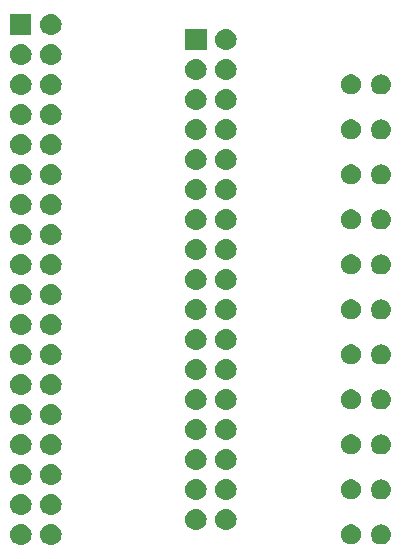
<source format=gbr>
G04 #@! TF.GenerationSoftware,KiCad,Pcbnew,(5.1.2-1)-1*
G04 #@! TF.CreationDate,2019-07-09T21:50:49+10:00*
G04 #@! TF.ProjectId,b2,62322e6b-6963-4616-945f-706362585858,rev?*
G04 #@! TF.SameCoordinates,Original*
G04 #@! TF.FileFunction,Soldermask,Top*
G04 #@! TF.FilePolarity,Negative*
%FSLAX46Y46*%
G04 Gerber Fmt 4.6, Leading zero omitted, Abs format (unit mm)*
G04 Created by KiCad (PCBNEW (5.1.2-1)-1) date 2019-07-09 21:50:49*
%MOMM*%
%LPD*%
G04 APERTURE LIST*
%ADD10C,0.100000*%
G04 APERTURE END LIST*
D10*
G36*
X45830443Y-103245519D02*
G01*
X45896627Y-103252037D01*
X46066466Y-103303557D01*
X46222991Y-103387222D01*
X46258729Y-103416552D01*
X46360186Y-103499814D01*
X46440369Y-103597519D01*
X46472778Y-103637009D01*
X46556443Y-103793534D01*
X46607963Y-103963373D01*
X46625359Y-104140000D01*
X46607963Y-104316627D01*
X46556443Y-104486466D01*
X46472778Y-104642991D01*
X46443448Y-104678729D01*
X46360186Y-104780186D01*
X46258729Y-104863448D01*
X46222991Y-104892778D01*
X46066466Y-104976443D01*
X45896627Y-105027963D01*
X45830442Y-105034482D01*
X45764260Y-105041000D01*
X45675740Y-105041000D01*
X45609557Y-105034481D01*
X45543373Y-105027963D01*
X45373534Y-104976443D01*
X45217009Y-104892778D01*
X45181271Y-104863448D01*
X45079814Y-104780186D01*
X44996552Y-104678729D01*
X44967222Y-104642991D01*
X44883557Y-104486466D01*
X44832037Y-104316627D01*
X44814641Y-104140000D01*
X44832037Y-103963373D01*
X44883557Y-103793534D01*
X44967222Y-103637009D01*
X44999631Y-103597519D01*
X45079814Y-103499814D01*
X45181271Y-103416552D01*
X45217009Y-103387222D01*
X45373534Y-103303557D01*
X45543373Y-103252037D01*
X45609558Y-103245518D01*
X45675740Y-103239000D01*
X45764260Y-103239000D01*
X45830443Y-103245519D01*
X45830443Y-103245519D01*
G37*
G36*
X43290443Y-103245519D02*
G01*
X43356627Y-103252037D01*
X43526466Y-103303557D01*
X43682991Y-103387222D01*
X43718729Y-103416552D01*
X43820186Y-103499814D01*
X43900369Y-103597519D01*
X43932778Y-103637009D01*
X44016443Y-103793534D01*
X44067963Y-103963373D01*
X44085359Y-104140000D01*
X44067963Y-104316627D01*
X44016443Y-104486466D01*
X43932778Y-104642991D01*
X43903448Y-104678729D01*
X43820186Y-104780186D01*
X43718729Y-104863448D01*
X43682991Y-104892778D01*
X43526466Y-104976443D01*
X43356627Y-105027963D01*
X43290442Y-105034482D01*
X43224260Y-105041000D01*
X43135740Y-105041000D01*
X43069557Y-105034481D01*
X43003373Y-105027963D01*
X42833534Y-104976443D01*
X42677009Y-104892778D01*
X42641271Y-104863448D01*
X42539814Y-104780186D01*
X42456552Y-104678729D01*
X42427222Y-104642991D01*
X42343557Y-104486466D01*
X42292037Y-104316627D01*
X42274641Y-104140000D01*
X42292037Y-103963373D01*
X42343557Y-103793534D01*
X42427222Y-103637009D01*
X42459631Y-103597519D01*
X42539814Y-103499814D01*
X42641271Y-103416552D01*
X42677009Y-103387222D01*
X42833534Y-103303557D01*
X43003373Y-103252037D01*
X43069558Y-103245518D01*
X43135740Y-103239000D01*
X43224260Y-103239000D01*
X43290443Y-103245519D01*
X43290443Y-103245519D01*
G37*
G36*
X73826823Y-103301313D02*
G01*
X73987242Y-103349976D01*
X74054361Y-103385852D01*
X74135078Y-103428996D01*
X74264659Y-103535341D01*
X74371004Y-103664922D01*
X74371005Y-103664924D01*
X74450024Y-103812758D01*
X74498687Y-103973177D01*
X74515117Y-104140000D01*
X74498687Y-104306823D01*
X74450024Y-104467242D01*
X74409477Y-104543100D01*
X74371004Y-104615078D01*
X74264659Y-104744659D01*
X74135078Y-104851004D01*
X74135076Y-104851005D01*
X73987242Y-104930024D01*
X73826823Y-104978687D01*
X73701804Y-104991000D01*
X73618196Y-104991000D01*
X73493177Y-104978687D01*
X73332758Y-104930024D01*
X73184924Y-104851005D01*
X73184922Y-104851004D01*
X73055341Y-104744659D01*
X72948996Y-104615078D01*
X72910523Y-104543100D01*
X72869976Y-104467242D01*
X72821313Y-104306823D01*
X72804883Y-104140000D01*
X72821313Y-103973177D01*
X72869976Y-103812758D01*
X72948995Y-103664924D01*
X72948996Y-103664922D01*
X73055341Y-103535341D01*
X73184922Y-103428996D01*
X73265639Y-103385852D01*
X73332758Y-103349976D01*
X73493177Y-103301313D01*
X73618196Y-103289000D01*
X73701804Y-103289000D01*
X73826823Y-103301313D01*
X73826823Y-103301313D01*
G37*
G36*
X71368228Y-103321703D02*
G01*
X71523100Y-103385853D01*
X71662481Y-103478985D01*
X71781015Y-103597519D01*
X71874147Y-103736900D01*
X71938297Y-103891772D01*
X71971000Y-104056184D01*
X71971000Y-104223816D01*
X71938297Y-104388228D01*
X71874147Y-104543100D01*
X71781015Y-104682481D01*
X71662481Y-104801015D01*
X71523100Y-104894147D01*
X71368228Y-104958297D01*
X71203816Y-104991000D01*
X71036184Y-104991000D01*
X70871772Y-104958297D01*
X70716900Y-104894147D01*
X70577519Y-104801015D01*
X70458985Y-104682481D01*
X70365853Y-104543100D01*
X70301703Y-104388228D01*
X70269000Y-104223816D01*
X70269000Y-104056184D01*
X70301703Y-103891772D01*
X70365853Y-103736900D01*
X70458985Y-103597519D01*
X70577519Y-103478985D01*
X70716900Y-103385853D01*
X70871772Y-103321703D01*
X71036184Y-103289000D01*
X71203816Y-103289000D01*
X71368228Y-103321703D01*
X71368228Y-103321703D01*
G37*
G36*
X60650442Y-101975518D02*
G01*
X60716627Y-101982037D01*
X60886466Y-102033557D01*
X61042991Y-102117222D01*
X61078729Y-102146552D01*
X61180186Y-102229814D01*
X61263448Y-102331271D01*
X61292778Y-102367009D01*
X61376443Y-102523534D01*
X61427963Y-102693373D01*
X61445359Y-102870000D01*
X61427963Y-103046627D01*
X61376443Y-103216466D01*
X61292778Y-103372991D01*
X61263448Y-103408729D01*
X61180186Y-103510186D01*
X61078729Y-103593448D01*
X61042991Y-103622778D01*
X60886466Y-103706443D01*
X60716627Y-103757963D01*
X60650443Y-103764481D01*
X60584260Y-103771000D01*
X60495740Y-103771000D01*
X60429557Y-103764481D01*
X60363373Y-103757963D01*
X60193534Y-103706443D01*
X60037009Y-103622778D01*
X60001271Y-103593448D01*
X59899814Y-103510186D01*
X59816552Y-103408729D01*
X59787222Y-103372991D01*
X59703557Y-103216466D01*
X59652037Y-103046627D01*
X59634641Y-102870000D01*
X59652037Y-102693373D01*
X59703557Y-102523534D01*
X59787222Y-102367009D01*
X59816552Y-102331271D01*
X59899814Y-102229814D01*
X60001271Y-102146552D01*
X60037009Y-102117222D01*
X60193534Y-102033557D01*
X60363373Y-101982037D01*
X60429558Y-101975518D01*
X60495740Y-101969000D01*
X60584260Y-101969000D01*
X60650442Y-101975518D01*
X60650442Y-101975518D01*
G37*
G36*
X58110442Y-101975518D02*
G01*
X58176627Y-101982037D01*
X58346466Y-102033557D01*
X58502991Y-102117222D01*
X58538729Y-102146552D01*
X58640186Y-102229814D01*
X58723448Y-102331271D01*
X58752778Y-102367009D01*
X58836443Y-102523534D01*
X58887963Y-102693373D01*
X58905359Y-102870000D01*
X58887963Y-103046627D01*
X58836443Y-103216466D01*
X58752778Y-103372991D01*
X58723448Y-103408729D01*
X58640186Y-103510186D01*
X58538729Y-103593448D01*
X58502991Y-103622778D01*
X58346466Y-103706443D01*
X58176627Y-103757963D01*
X58110443Y-103764481D01*
X58044260Y-103771000D01*
X57955740Y-103771000D01*
X57889557Y-103764481D01*
X57823373Y-103757963D01*
X57653534Y-103706443D01*
X57497009Y-103622778D01*
X57461271Y-103593448D01*
X57359814Y-103510186D01*
X57276552Y-103408729D01*
X57247222Y-103372991D01*
X57163557Y-103216466D01*
X57112037Y-103046627D01*
X57094641Y-102870000D01*
X57112037Y-102693373D01*
X57163557Y-102523534D01*
X57247222Y-102367009D01*
X57276552Y-102331271D01*
X57359814Y-102229814D01*
X57461271Y-102146552D01*
X57497009Y-102117222D01*
X57653534Y-102033557D01*
X57823373Y-101982037D01*
X57889558Y-101975518D01*
X57955740Y-101969000D01*
X58044260Y-101969000D01*
X58110442Y-101975518D01*
X58110442Y-101975518D01*
G37*
G36*
X45830443Y-100705519D02*
G01*
X45896627Y-100712037D01*
X46066466Y-100763557D01*
X46222991Y-100847222D01*
X46253768Y-100872480D01*
X46360186Y-100959814D01*
X46443448Y-101061271D01*
X46472778Y-101097009D01*
X46556443Y-101253534D01*
X46607963Y-101423373D01*
X46625359Y-101600000D01*
X46607963Y-101776627D01*
X46556443Y-101946466D01*
X46472778Y-102102991D01*
X46443448Y-102138729D01*
X46360186Y-102240186D01*
X46258729Y-102323448D01*
X46222991Y-102352778D01*
X46066466Y-102436443D01*
X45896627Y-102487963D01*
X45830442Y-102494482D01*
X45764260Y-102501000D01*
X45675740Y-102501000D01*
X45609558Y-102494482D01*
X45543373Y-102487963D01*
X45373534Y-102436443D01*
X45217009Y-102352778D01*
X45181271Y-102323448D01*
X45079814Y-102240186D01*
X44996552Y-102138729D01*
X44967222Y-102102991D01*
X44883557Y-101946466D01*
X44832037Y-101776627D01*
X44814641Y-101600000D01*
X44832037Y-101423373D01*
X44883557Y-101253534D01*
X44967222Y-101097009D01*
X44996552Y-101061271D01*
X45079814Y-100959814D01*
X45186232Y-100872480D01*
X45217009Y-100847222D01*
X45373534Y-100763557D01*
X45543373Y-100712037D01*
X45609557Y-100705519D01*
X45675740Y-100699000D01*
X45764260Y-100699000D01*
X45830443Y-100705519D01*
X45830443Y-100705519D01*
G37*
G36*
X43290443Y-100705519D02*
G01*
X43356627Y-100712037D01*
X43526466Y-100763557D01*
X43682991Y-100847222D01*
X43713768Y-100872480D01*
X43820186Y-100959814D01*
X43903448Y-101061271D01*
X43932778Y-101097009D01*
X44016443Y-101253534D01*
X44067963Y-101423373D01*
X44085359Y-101600000D01*
X44067963Y-101776627D01*
X44016443Y-101946466D01*
X43932778Y-102102991D01*
X43903448Y-102138729D01*
X43820186Y-102240186D01*
X43718729Y-102323448D01*
X43682991Y-102352778D01*
X43526466Y-102436443D01*
X43356627Y-102487963D01*
X43290442Y-102494482D01*
X43224260Y-102501000D01*
X43135740Y-102501000D01*
X43069558Y-102494482D01*
X43003373Y-102487963D01*
X42833534Y-102436443D01*
X42677009Y-102352778D01*
X42641271Y-102323448D01*
X42539814Y-102240186D01*
X42456552Y-102138729D01*
X42427222Y-102102991D01*
X42343557Y-101946466D01*
X42292037Y-101776627D01*
X42274641Y-101600000D01*
X42292037Y-101423373D01*
X42343557Y-101253534D01*
X42427222Y-101097009D01*
X42456552Y-101061271D01*
X42539814Y-100959814D01*
X42646232Y-100872480D01*
X42677009Y-100847222D01*
X42833534Y-100763557D01*
X43003373Y-100712037D01*
X43069557Y-100705519D01*
X43135740Y-100699000D01*
X43224260Y-100699000D01*
X43290443Y-100705519D01*
X43290443Y-100705519D01*
G37*
G36*
X60650443Y-99435519D02*
G01*
X60716627Y-99442037D01*
X60886466Y-99493557D01*
X61042991Y-99577222D01*
X61078729Y-99606552D01*
X61180186Y-99689814D01*
X61260369Y-99787519D01*
X61292778Y-99827009D01*
X61376443Y-99983534D01*
X61427963Y-100153373D01*
X61445359Y-100330000D01*
X61427963Y-100506627D01*
X61376443Y-100676466D01*
X61292778Y-100832991D01*
X61263448Y-100868729D01*
X61180186Y-100970186D01*
X61078729Y-101053448D01*
X61042991Y-101082778D01*
X60886466Y-101166443D01*
X60716627Y-101217963D01*
X60650443Y-101224481D01*
X60584260Y-101231000D01*
X60495740Y-101231000D01*
X60429558Y-101224482D01*
X60363373Y-101217963D01*
X60193534Y-101166443D01*
X60037009Y-101082778D01*
X60001271Y-101053448D01*
X59899814Y-100970186D01*
X59816552Y-100868729D01*
X59787222Y-100832991D01*
X59703557Y-100676466D01*
X59652037Y-100506627D01*
X59634641Y-100330000D01*
X59652037Y-100153373D01*
X59703557Y-99983534D01*
X59787222Y-99827009D01*
X59819631Y-99787519D01*
X59899814Y-99689814D01*
X60001271Y-99606552D01*
X60037009Y-99577222D01*
X60193534Y-99493557D01*
X60363373Y-99442037D01*
X60429557Y-99435519D01*
X60495740Y-99429000D01*
X60584260Y-99429000D01*
X60650443Y-99435519D01*
X60650443Y-99435519D01*
G37*
G36*
X58110443Y-99435519D02*
G01*
X58176627Y-99442037D01*
X58346466Y-99493557D01*
X58502991Y-99577222D01*
X58538729Y-99606552D01*
X58640186Y-99689814D01*
X58720369Y-99787519D01*
X58752778Y-99827009D01*
X58836443Y-99983534D01*
X58887963Y-100153373D01*
X58905359Y-100330000D01*
X58887963Y-100506627D01*
X58836443Y-100676466D01*
X58752778Y-100832991D01*
X58723448Y-100868729D01*
X58640186Y-100970186D01*
X58538729Y-101053448D01*
X58502991Y-101082778D01*
X58346466Y-101166443D01*
X58176627Y-101217963D01*
X58110443Y-101224481D01*
X58044260Y-101231000D01*
X57955740Y-101231000D01*
X57889558Y-101224482D01*
X57823373Y-101217963D01*
X57653534Y-101166443D01*
X57497009Y-101082778D01*
X57461271Y-101053448D01*
X57359814Y-100970186D01*
X57276552Y-100868729D01*
X57247222Y-100832991D01*
X57163557Y-100676466D01*
X57112037Y-100506627D01*
X57094641Y-100330000D01*
X57112037Y-100153373D01*
X57163557Y-99983534D01*
X57247222Y-99827009D01*
X57279631Y-99787519D01*
X57359814Y-99689814D01*
X57461271Y-99606552D01*
X57497009Y-99577222D01*
X57653534Y-99493557D01*
X57823373Y-99442037D01*
X57889557Y-99435519D01*
X57955740Y-99429000D01*
X58044260Y-99429000D01*
X58110443Y-99435519D01*
X58110443Y-99435519D01*
G37*
G36*
X73826823Y-99491313D02*
G01*
X73987242Y-99539976D01*
X74054361Y-99575852D01*
X74135078Y-99618996D01*
X74264659Y-99725341D01*
X74371004Y-99854922D01*
X74371005Y-99854924D01*
X74450024Y-100002758D01*
X74498687Y-100163177D01*
X74515117Y-100330000D01*
X74498687Y-100496823D01*
X74450024Y-100657242D01*
X74409477Y-100733100D01*
X74371004Y-100805078D01*
X74264659Y-100934659D01*
X74135078Y-101041004D01*
X74135076Y-101041005D01*
X73987242Y-101120024D01*
X73826823Y-101168687D01*
X73701804Y-101181000D01*
X73618196Y-101181000D01*
X73493177Y-101168687D01*
X73332758Y-101120024D01*
X73184924Y-101041005D01*
X73184922Y-101041004D01*
X73055341Y-100934659D01*
X72948996Y-100805078D01*
X72910523Y-100733100D01*
X72869976Y-100657242D01*
X72821313Y-100496823D01*
X72804883Y-100330000D01*
X72821313Y-100163177D01*
X72869976Y-100002758D01*
X72948995Y-99854924D01*
X72948996Y-99854922D01*
X73055341Y-99725341D01*
X73184922Y-99618996D01*
X73265639Y-99575852D01*
X73332758Y-99539976D01*
X73493177Y-99491313D01*
X73618196Y-99479000D01*
X73701804Y-99479000D01*
X73826823Y-99491313D01*
X73826823Y-99491313D01*
G37*
G36*
X71368228Y-99511703D02*
G01*
X71523100Y-99575853D01*
X71662481Y-99668985D01*
X71781015Y-99787519D01*
X71874147Y-99926900D01*
X71938297Y-100081772D01*
X71971000Y-100246184D01*
X71971000Y-100413816D01*
X71938297Y-100578228D01*
X71874147Y-100733100D01*
X71781015Y-100872481D01*
X71662481Y-100991015D01*
X71523100Y-101084147D01*
X71368228Y-101148297D01*
X71203816Y-101181000D01*
X71036184Y-101181000D01*
X70871772Y-101148297D01*
X70716900Y-101084147D01*
X70577519Y-100991015D01*
X70458985Y-100872481D01*
X70365853Y-100733100D01*
X70301703Y-100578228D01*
X70269000Y-100413816D01*
X70269000Y-100246184D01*
X70301703Y-100081772D01*
X70365853Y-99926900D01*
X70458985Y-99787519D01*
X70577519Y-99668985D01*
X70716900Y-99575853D01*
X70871772Y-99511703D01*
X71036184Y-99479000D01*
X71203816Y-99479000D01*
X71368228Y-99511703D01*
X71368228Y-99511703D01*
G37*
G36*
X45830443Y-98165519D02*
G01*
X45896627Y-98172037D01*
X46066466Y-98223557D01*
X46222991Y-98307222D01*
X46258729Y-98336552D01*
X46360186Y-98419814D01*
X46443448Y-98521271D01*
X46472778Y-98557009D01*
X46556443Y-98713534D01*
X46607963Y-98883373D01*
X46625359Y-99060000D01*
X46607963Y-99236627D01*
X46556443Y-99406466D01*
X46472778Y-99562991D01*
X46443448Y-99598729D01*
X46360186Y-99700186D01*
X46258729Y-99783448D01*
X46222991Y-99812778D01*
X46066466Y-99896443D01*
X45896627Y-99947963D01*
X45830443Y-99954481D01*
X45764260Y-99961000D01*
X45675740Y-99961000D01*
X45609557Y-99954481D01*
X45543373Y-99947963D01*
X45373534Y-99896443D01*
X45217009Y-99812778D01*
X45181271Y-99783448D01*
X45079814Y-99700186D01*
X44996552Y-99598729D01*
X44967222Y-99562991D01*
X44883557Y-99406466D01*
X44832037Y-99236627D01*
X44814641Y-99060000D01*
X44832037Y-98883373D01*
X44883557Y-98713534D01*
X44967222Y-98557009D01*
X44996552Y-98521271D01*
X45079814Y-98419814D01*
X45181271Y-98336552D01*
X45217009Y-98307222D01*
X45373534Y-98223557D01*
X45543373Y-98172037D01*
X45609557Y-98165519D01*
X45675740Y-98159000D01*
X45764260Y-98159000D01*
X45830443Y-98165519D01*
X45830443Y-98165519D01*
G37*
G36*
X43290443Y-98165519D02*
G01*
X43356627Y-98172037D01*
X43526466Y-98223557D01*
X43682991Y-98307222D01*
X43718729Y-98336552D01*
X43820186Y-98419814D01*
X43903448Y-98521271D01*
X43932778Y-98557009D01*
X44016443Y-98713534D01*
X44067963Y-98883373D01*
X44085359Y-99060000D01*
X44067963Y-99236627D01*
X44016443Y-99406466D01*
X43932778Y-99562991D01*
X43903448Y-99598729D01*
X43820186Y-99700186D01*
X43718729Y-99783448D01*
X43682991Y-99812778D01*
X43526466Y-99896443D01*
X43356627Y-99947963D01*
X43290443Y-99954481D01*
X43224260Y-99961000D01*
X43135740Y-99961000D01*
X43069557Y-99954481D01*
X43003373Y-99947963D01*
X42833534Y-99896443D01*
X42677009Y-99812778D01*
X42641271Y-99783448D01*
X42539814Y-99700186D01*
X42456552Y-99598729D01*
X42427222Y-99562991D01*
X42343557Y-99406466D01*
X42292037Y-99236627D01*
X42274641Y-99060000D01*
X42292037Y-98883373D01*
X42343557Y-98713534D01*
X42427222Y-98557009D01*
X42456552Y-98521271D01*
X42539814Y-98419814D01*
X42641271Y-98336552D01*
X42677009Y-98307222D01*
X42833534Y-98223557D01*
X43003373Y-98172037D01*
X43069557Y-98165519D01*
X43135740Y-98159000D01*
X43224260Y-98159000D01*
X43290443Y-98165519D01*
X43290443Y-98165519D01*
G37*
G36*
X60650442Y-96895518D02*
G01*
X60716627Y-96902037D01*
X60886466Y-96953557D01*
X61042991Y-97037222D01*
X61073768Y-97062480D01*
X61180186Y-97149814D01*
X61263448Y-97251271D01*
X61292778Y-97287009D01*
X61376443Y-97443534D01*
X61427963Y-97613373D01*
X61445359Y-97790000D01*
X61427963Y-97966627D01*
X61376443Y-98136466D01*
X61292778Y-98292991D01*
X61263448Y-98328729D01*
X61180186Y-98430186D01*
X61078729Y-98513448D01*
X61042991Y-98542778D01*
X60886466Y-98626443D01*
X60716627Y-98677963D01*
X60650442Y-98684482D01*
X60584260Y-98691000D01*
X60495740Y-98691000D01*
X60429558Y-98684482D01*
X60363373Y-98677963D01*
X60193534Y-98626443D01*
X60037009Y-98542778D01*
X60001271Y-98513448D01*
X59899814Y-98430186D01*
X59816552Y-98328729D01*
X59787222Y-98292991D01*
X59703557Y-98136466D01*
X59652037Y-97966627D01*
X59634641Y-97790000D01*
X59652037Y-97613373D01*
X59703557Y-97443534D01*
X59787222Y-97287009D01*
X59816552Y-97251271D01*
X59899814Y-97149814D01*
X60006232Y-97062480D01*
X60037009Y-97037222D01*
X60193534Y-96953557D01*
X60363373Y-96902037D01*
X60429558Y-96895518D01*
X60495740Y-96889000D01*
X60584260Y-96889000D01*
X60650442Y-96895518D01*
X60650442Y-96895518D01*
G37*
G36*
X58110442Y-96895518D02*
G01*
X58176627Y-96902037D01*
X58346466Y-96953557D01*
X58502991Y-97037222D01*
X58533768Y-97062480D01*
X58640186Y-97149814D01*
X58723448Y-97251271D01*
X58752778Y-97287009D01*
X58836443Y-97443534D01*
X58887963Y-97613373D01*
X58905359Y-97790000D01*
X58887963Y-97966627D01*
X58836443Y-98136466D01*
X58752778Y-98292991D01*
X58723448Y-98328729D01*
X58640186Y-98430186D01*
X58538729Y-98513448D01*
X58502991Y-98542778D01*
X58346466Y-98626443D01*
X58176627Y-98677963D01*
X58110442Y-98684482D01*
X58044260Y-98691000D01*
X57955740Y-98691000D01*
X57889558Y-98684482D01*
X57823373Y-98677963D01*
X57653534Y-98626443D01*
X57497009Y-98542778D01*
X57461271Y-98513448D01*
X57359814Y-98430186D01*
X57276552Y-98328729D01*
X57247222Y-98292991D01*
X57163557Y-98136466D01*
X57112037Y-97966627D01*
X57094641Y-97790000D01*
X57112037Y-97613373D01*
X57163557Y-97443534D01*
X57247222Y-97287009D01*
X57276552Y-97251271D01*
X57359814Y-97149814D01*
X57466232Y-97062480D01*
X57497009Y-97037222D01*
X57653534Y-96953557D01*
X57823373Y-96902037D01*
X57889558Y-96895518D01*
X57955740Y-96889000D01*
X58044260Y-96889000D01*
X58110442Y-96895518D01*
X58110442Y-96895518D01*
G37*
G36*
X45830442Y-95625518D02*
G01*
X45896627Y-95632037D01*
X46066466Y-95683557D01*
X46222991Y-95767222D01*
X46258729Y-95796552D01*
X46360186Y-95879814D01*
X46440369Y-95977519D01*
X46472778Y-96017009D01*
X46556443Y-96173534D01*
X46607963Y-96343373D01*
X46625359Y-96520000D01*
X46607963Y-96696627D01*
X46556443Y-96866466D01*
X46472778Y-97022991D01*
X46443448Y-97058729D01*
X46360186Y-97160186D01*
X46258729Y-97243448D01*
X46222991Y-97272778D01*
X46066466Y-97356443D01*
X45896627Y-97407963D01*
X45830442Y-97414482D01*
X45764260Y-97421000D01*
X45675740Y-97421000D01*
X45609558Y-97414482D01*
X45543373Y-97407963D01*
X45373534Y-97356443D01*
X45217009Y-97272778D01*
X45181271Y-97243448D01*
X45079814Y-97160186D01*
X44996552Y-97058729D01*
X44967222Y-97022991D01*
X44883557Y-96866466D01*
X44832037Y-96696627D01*
X44814641Y-96520000D01*
X44832037Y-96343373D01*
X44883557Y-96173534D01*
X44967222Y-96017009D01*
X44999631Y-95977519D01*
X45079814Y-95879814D01*
X45181271Y-95796552D01*
X45217009Y-95767222D01*
X45373534Y-95683557D01*
X45543373Y-95632037D01*
X45609558Y-95625518D01*
X45675740Y-95619000D01*
X45764260Y-95619000D01*
X45830442Y-95625518D01*
X45830442Y-95625518D01*
G37*
G36*
X43290442Y-95625518D02*
G01*
X43356627Y-95632037D01*
X43526466Y-95683557D01*
X43682991Y-95767222D01*
X43718729Y-95796552D01*
X43820186Y-95879814D01*
X43900369Y-95977519D01*
X43932778Y-96017009D01*
X44016443Y-96173534D01*
X44067963Y-96343373D01*
X44085359Y-96520000D01*
X44067963Y-96696627D01*
X44016443Y-96866466D01*
X43932778Y-97022991D01*
X43903448Y-97058729D01*
X43820186Y-97160186D01*
X43718729Y-97243448D01*
X43682991Y-97272778D01*
X43526466Y-97356443D01*
X43356627Y-97407963D01*
X43290442Y-97414482D01*
X43224260Y-97421000D01*
X43135740Y-97421000D01*
X43069558Y-97414482D01*
X43003373Y-97407963D01*
X42833534Y-97356443D01*
X42677009Y-97272778D01*
X42641271Y-97243448D01*
X42539814Y-97160186D01*
X42456552Y-97058729D01*
X42427222Y-97022991D01*
X42343557Y-96866466D01*
X42292037Y-96696627D01*
X42274641Y-96520000D01*
X42292037Y-96343373D01*
X42343557Y-96173534D01*
X42427222Y-96017009D01*
X42459631Y-95977519D01*
X42539814Y-95879814D01*
X42641271Y-95796552D01*
X42677009Y-95767222D01*
X42833534Y-95683557D01*
X43003373Y-95632037D01*
X43069558Y-95625518D01*
X43135740Y-95619000D01*
X43224260Y-95619000D01*
X43290442Y-95625518D01*
X43290442Y-95625518D01*
G37*
G36*
X71368228Y-95701703D02*
G01*
X71523100Y-95765853D01*
X71662481Y-95858985D01*
X71781015Y-95977519D01*
X71874147Y-96116900D01*
X71938297Y-96271772D01*
X71971000Y-96436184D01*
X71971000Y-96603816D01*
X71938297Y-96768228D01*
X71874147Y-96923100D01*
X71781015Y-97062481D01*
X71662481Y-97181015D01*
X71523100Y-97274147D01*
X71368228Y-97338297D01*
X71203816Y-97371000D01*
X71036184Y-97371000D01*
X70871772Y-97338297D01*
X70716900Y-97274147D01*
X70577519Y-97181015D01*
X70458985Y-97062481D01*
X70365853Y-96923100D01*
X70301703Y-96768228D01*
X70269000Y-96603816D01*
X70269000Y-96436184D01*
X70301703Y-96271772D01*
X70365853Y-96116900D01*
X70458985Y-95977519D01*
X70577519Y-95858985D01*
X70716900Y-95765853D01*
X70871772Y-95701703D01*
X71036184Y-95669000D01*
X71203816Y-95669000D01*
X71368228Y-95701703D01*
X71368228Y-95701703D01*
G37*
G36*
X73826823Y-95681313D02*
G01*
X73987242Y-95729976D01*
X74054361Y-95765852D01*
X74135078Y-95808996D01*
X74264659Y-95915341D01*
X74371004Y-96044922D01*
X74371005Y-96044924D01*
X74450024Y-96192758D01*
X74498687Y-96353177D01*
X74515117Y-96520000D01*
X74498687Y-96686823D01*
X74450024Y-96847242D01*
X74409477Y-96923100D01*
X74371004Y-96995078D01*
X74264659Y-97124659D01*
X74135078Y-97231004D01*
X74135076Y-97231005D01*
X73987242Y-97310024D01*
X73826823Y-97358687D01*
X73701804Y-97371000D01*
X73618196Y-97371000D01*
X73493177Y-97358687D01*
X73332758Y-97310024D01*
X73184924Y-97231005D01*
X73184922Y-97231004D01*
X73055341Y-97124659D01*
X72948996Y-96995078D01*
X72910523Y-96923100D01*
X72869976Y-96847242D01*
X72821313Y-96686823D01*
X72804883Y-96520000D01*
X72821313Y-96353177D01*
X72869976Y-96192758D01*
X72948995Y-96044924D01*
X72948996Y-96044922D01*
X73055341Y-95915341D01*
X73184922Y-95808996D01*
X73265639Y-95765852D01*
X73332758Y-95729976D01*
X73493177Y-95681313D01*
X73618196Y-95669000D01*
X73701804Y-95669000D01*
X73826823Y-95681313D01*
X73826823Y-95681313D01*
G37*
G36*
X58110442Y-94355518D02*
G01*
X58176627Y-94362037D01*
X58346466Y-94413557D01*
X58502991Y-94497222D01*
X58538729Y-94526552D01*
X58640186Y-94609814D01*
X58723448Y-94711271D01*
X58752778Y-94747009D01*
X58836443Y-94903534D01*
X58887963Y-95073373D01*
X58905359Y-95250000D01*
X58887963Y-95426627D01*
X58836443Y-95596466D01*
X58752778Y-95752991D01*
X58723448Y-95788729D01*
X58640186Y-95890186D01*
X58538729Y-95973448D01*
X58502991Y-96002778D01*
X58346466Y-96086443D01*
X58176627Y-96137963D01*
X58110442Y-96144482D01*
X58044260Y-96151000D01*
X57955740Y-96151000D01*
X57889558Y-96144482D01*
X57823373Y-96137963D01*
X57653534Y-96086443D01*
X57497009Y-96002778D01*
X57461271Y-95973448D01*
X57359814Y-95890186D01*
X57276552Y-95788729D01*
X57247222Y-95752991D01*
X57163557Y-95596466D01*
X57112037Y-95426627D01*
X57094641Y-95250000D01*
X57112037Y-95073373D01*
X57163557Y-94903534D01*
X57247222Y-94747009D01*
X57276552Y-94711271D01*
X57359814Y-94609814D01*
X57461271Y-94526552D01*
X57497009Y-94497222D01*
X57653534Y-94413557D01*
X57823373Y-94362037D01*
X57889558Y-94355518D01*
X57955740Y-94349000D01*
X58044260Y-94349000D01*
X58110442Y-94355518D01*
X58110442Y-94355518D01*
G37*
G36*
X60650442Y-94355518D02*
G01*
X60716627Y-94362037D01*
X60886466Y-94413557D01*
X61042991Y-94497222D01*
X61078729Y-94526552D01*
X61180186Y-94609814D01*
X61263448Y-94711271D01*
X61292778Y-94747009D01*
X61376443Y-94903534D01*
X61427963Y-95073373D01*
X61445359Y-95250000D01*
X61427963Y-95426627D01*
X61376443Y-95596466D01*
X61292778Y-95752991D01*
X61263448Y-95788729D01*
X61180186Y-95890186D01*
X61078729Y-95973448D01*
X61042991Y-96002778D01*
X60886466Y-96086443D01*
X60716627Y-96137963D01*
X60650442Y-96144482D01*
X60584260Y-96151000D01*
X60495740Y-96151000D01*
X60429558Y-96144482D01*
X60363373Y-96137963D01*
X60193534Y-96086443D01*
X60037009Y-96002778D01*
X60001271Y-95973448D01*
X59899814Y-95890186D01*
X59816552Y-95788729D01*
X59787222Y-95752991D01*
X59703557Y-95596466D01*
X59652037Y-95426627D01*
X59634641Y-95250000D01*
X59652037Y-95073373D01*
X59703557Y-94903534D01*
X59787222Y-94747009D01*
X59816552Y-94711271D01*
X59899814Y-94609814D01*
X60001271Y-94526552D01*
X60037009Y-94497222D01*
X60193534Y-94413557D01*
X60363373Y-94362037D01*
X60429558Y-94355518D01*
X60495740Y-94349000D01*
X60584260Y-94349000D01*
X60650442Y-94355518D01*
X60650442Y-94355518D01*
G37*
G36*
X43290443Y-93085519D02*
G01*
X43356627Y-93092037D01*
X43526466Y-93143557D01*
X43682991Y-93227222D01*
X43713768Y-93252480D01*
X43820186Y-93339814D01*
X43903448Y-93441271D01*
X43932778Y-93477009D01*
X44016443Y-93633534D01*
X44067963Y-93803373D01*
X44085359Y-93980000D01*
X44067963Y-94156627D01*
X44016443Y-94326466D01*
X43932778Y-94482991D01*
X43903448Y-94518729D01*
X43820186Y-94620186D01*
X43718729Y-94703448D01*
X43682991Y-94732778D01*
X43526466Y-94816443D01*
X43356627Y-94867963D01*
X43290443Y-94874481D01*
X43224260Y-94881000D01*
X43135740Y-94881000D01*
X43069557Y-94874481D01*
X43003373Y-94867963D01*
X42833534Y-94816443D01*
X42677009Y-94732778D01*
X42641271Y-94703448D01*
X42539814Y-94620186D01*
X42456552Y-94518729D01*
X42427222Y-94482991D01*
X42343557Y-94326466D01*
X42292037Y-94156627D01*
X42274641Y-93980000D01*
X42292037Y-93803373D01*
X42343557Y-93633534D01*
X42427222Y-93477009D01*
X42456552Y-93441271D01*
X42539814Y-93339814D01*
X42646232Y-93252480D01*
X42677009Y-93227222D01*
X42833534Y-93143557D01*
X43003373Y-93092037D01*
X43069557Y-93085519D01*
X43135740Y-93079000D01*
X43224260Y-93079000D01*
X43290443Y-93085519D01*
X43290443Y-93085519D01*
G37*
G36*
X45830443Y-93085519D02*
G01*
X45896627Y-93092037D01*
X46066466Y-93143557D01*
X46222991Y-93227222D01*
X46253768Y-93252480D01*
X46360186Y-93339814D01*
X46443448Y-93441271D01*
X46472778Y-93477009D01*
X46556443Y-93633534D01*
X46607963Y-93803373D01*
X46625359Y-93980000D01*
X46607963Y-94156627D01*
X46556443Y-94326466D01*
X46472778Y-94482991D01*
X46443448Y-94518729D01*
X46360186Y-94620186D01*
X46258729Y-94703448D01*
X46222991Y-94732778D01*
X46066466Y-94816443D01*
X45896627Y-94867963D01*
X45830443Y-94874481D01*
X45764260Y-94881000D01*
X45675740Y-94881000D01*
X45609557Y-94874481D01*
X45543373Y-94867963D01*
X45373534Y-94816443D01*
X45217009Y-94732778D01*
X45181271Y-94703448D01*
X45079814Y-94620186D01*
X44996552Y-94518729D01*
X44967222Y-94482991D01*
X44883557Y-94326466D01*
X44832037Y-94156627D01*
X44814641Y-93980000D01*
X44832037Y-93803373D01*
X44883557Y-93633534D01*
X44967222Y-93477009D01*
X44996552Y-93441271D01*
X45079814Y-93339814D01*
X45186232Y-93252480D01*
X45217009Y-93227222D01*
X45373534Y-93143557D01*
X45543373Y-93092037D01*
X45609557Y-93085519D01*
X45675740Y-93079000D01*
X45764260Y-93079000D01*
X45830443Y-93085519D01*
X45830443Y-93085519D01*
G37*
G36*
X58110442Y-91815518D02*
G01*
X58176627Y-91822037D01*
X58346466Y-91873557D01*
X58502991Y-91957222D01*
X58538729Y-91986552D01*
X58640186Y-92069814D01*
X58720369Y-92167519D01*
X58752778Y-92207009D01*
X58836443Y-92363534D01*
X58887963Y-92533373D01*
X58905359Y-92710000D01*
X58887963Y-92886627D01*
X58836443Y-93056466D01*
X58752778Y-93212991D01*
X58723448Y-93248729D01*
X58640186Y-93350186D01*
X58538729Y-93433448D01*
X58502991Y-93462778D01*
X58346466Y-93546443D01*
X58176627Y-93597963D01*
X58110443Y-93604481D01*
X58044260Y-93611000D01*
X57955740Y-93611000D01*
X57889557Y-93604481D01*
X57823373Y-93597963D01*
X57653534Y-93546443D01*
X57497009Y-93462778D01*
X57461271Y-93433448D01*
X57359814Y-93350186D01*
X57276552Y-93248729D01*
X57247222Y-93212991D01*
X57163557Y-93056466D01*
X57112037Y-92886627D01*
X57094641Y-92710000D01*
X57112037Y-92533373D01*
X57163557Y-92363534D01*
X57247222Y-92207009D01*
X57279631Y-92167519D01*
X57359814Y-92069814D01*
X57461271Y-91986552D01*
X57497009Y-91957222D01*
X57653534Y-91873557D01*
X57823373Y-91822037D01*
X57889558Y-91815518D01*
X57955740Y-91809000D01*
X58044260Y-91809000D01*
X58110442Y-91815518D01*
X58110442Y-91815518D01*
G37*
G36*
X60650442Y-91815518D02*
G01*
X60716627Y-91822037D01*
X60886466Y-91873557D01*
X61042991Y-91957222D01*
X61078729Y-91986552D01*
X61180186Y-92069814D01*
X61260369Y-92167519D01*
X61292778Y-92207009D01*
X61376443Y-92363534D01*
X61427963Y-92533373D01*
X61445359Y-92710000D01*
X61427963Y-92886627D01*
X61376443Y-93056466D01*
X61292778Y-93212991D01*
X61263448Y-93248729D01*
X61180186Y-93350186D01*
X61078729Y-93433448D01*
X61042991Y-93462778D01*
X60886466Y-93546443D01*
X60716627Y-93597963D01*
X60650443Y-93604481D01*
X60584260Y-93611000D01*
X60495740Y-93611000D01*
X60429557Y-93604481D01*
X60363373Y-93597963D01*
X60193534Y-93546443D01*
X60037009Y-93462778D01*
X60001271Y-93433448D01*
X59899814Y-93350186D01*
X59816552Y-93248729D01*
X59787222Y-93212991D01*
X59703557Y-93056466D01*
X59652037Y-92886627D01*
X59634641Y-92710000D01*
X59652037Y-92533373D01*
X59703557Y-92363534D01*
X59787222Y-92207009D01*
X59819631Y-92167519D01*
X59899814Y-92069814D01*
X60001271Y-91986552D01*
X60037009Y-91957222D01*
X60193534Y-91873557D01*
X60363373Y-91822037D01*
X60429558Y-91815518D01*
X60495740Y-91809000D01*
X60584260Y-91809000D01*
X60650442Y-91815518D01*
X60650442Y-91815518D01*
G37*
G36*
X73826823Y-91871313D02*
G01*
X73987242Y-91919976D01*
X74054361Y-91955852D01*
X74135078Y-91998996D01*
X74264659Y-92105341D01*
X74371004Y-92234922D01*
X74371005Y-92234924D01*
X74450024Y-92382758D01*
X74498687Y-92543177D01*
X74515117Y-92710000D01*
X74498687Y-92876823D01*
X74450024Y-93037242D01*
X74409477Y-93113100D01*
X74371004Y-93185078D01*
X74264659Y-93314659D01*
X74135078Y-93421004D01*
X74135076Y-93421005D01*
X73987242Y-93500024D01*
X73826823Y-93548687D01*
X73701804Y-93561000D01*
X73618196Y-93561000D01*
X73493177Y-93548687D01*
X73332758Y-93500024D01*
X73184924Y-93421005D01*
X73184922Y-93421004D01*
X73055341Y-93314659D01*
X72948996Y-93185078D01*
X72910523Y-93113100D01*
X72869976Y-93037242D01*
X72821313Y-92876823D01*
X72804883Y-92710000D01*
X72821313Y-92543177D01*
X72869976Y-92382758D01*
X72948995Y-92234924D01*
X72948996Y-92234922D01*
X73055341Y-92105341D01*
X73184922Y-91998996D01*
X73265639Y-91955852D01*
X73332758Y-91919976D01*
X73493177Y-91871313D01*
X73618196Y-91859000D01*
X73701804Y-91859000D01*
X73826823Y-91871313D01*
X73826823Y-91871313D01*
G37*
G36*
X71368228Y-91891703D02*
G01*
X71523100Y-91955853D01*
X71662481Y-92048985D01*
X71781015Y-92167519D01*
X71874147Y-92306900D01*
X71938297Y-92461772D01*
X71971000Y-92626184D01*
X71971000Y-92793816D01*
X71938297Y-92958228D01*
X71874147Y-93113100D01*
X71781015Y-93252481D01*
X71662481Y-93371015D01*
X71523100Y-93464147D01*
X71368228Y-93528297D01*
X71203816Y-93561000D01*
X71036184Y-93561000D01*
X70871772Y-93528297D01*
X70716900Y-93464147D01*
X70577519Y-93371015D01*
X70458985Y-93252481D01*
X70365853Y-93113100D01*
X70301703Y-92958228D01*
X70269000Y-92793816D01*
X70269000Y-92626184D01*
X70301703Y-92461772D01*
X70365853Y-92306900D01*
X70458985Y-92167519D01*
X70577519Y-92048985D01*
X70716900Y-91955853D01*
X70871772Y-91891703D01*
X71036184Y-91859000D01*
X71203816Y-91859000D01*
X71368228Y-91891703D01*
X71368228Y-91891703D01*
G37*
G36*
X45830443Y-90545519D02*
G01*
X45896627Y-90552037D01*
X46066466Y-90603557D01*
X46222991Y-90687222D01*
X46258729Y-90716552D01*
X46360186Y-90799814D01*
X46443448Y-90901271D01*
X46472778Y-90937009D01*
X46556443Y-91093534D01*
X46607963Y-91263373D01*
X46625359Y-91440000D01*
X46607963Y-91616627D01*
X46556443Y-91786466D01*
X46472778Y-91942991D01*
X46443448Y-91978729D01*
X46360186Y-92080186D01*
X46258729Y-92163448D01*
X46222991Y-92192778D01*
X46066466Y-92276443D01*
X45896627Y-92327963D01*
X45830443Y-92334481D01*
X45764260Y-92341000D01*
X45675740Y-92341000D01*
X45609557Y-92334481D01*
X45543373Y-92327963D01*
X45373534Y-92276443D01*
X45217009Y-92192778D01*
X45181271Y-92163448D01*
X45079814Y-92080186D01*
X44996552Y-91978729D01*
X44967222Y-91942991D01*
X44883557Y-91786466D01*
X44832037Y-91616627D01*
X44814641Y-91440000D01*
X44832037Y-91263373D01*
X44883557Y-91093534D01*
X44967222Y-90937009D01*
X44996552Y-90901271D01*
X45079814Y-90799814D01*
X45181271Y-90716552D01*
X45217009Y-90687222D01*
X45373534Y-90603557D01*
X45543373Y-90552037D01*
X45609557Y-90545519D01*
X45675740Y-90539000D01*
X45764260Y-90539000D01*
X45830443Y-90545519D01*
X45830443Y-90545519D01*
G37*
G36*
X43290443Y-90545519D02*
G01*
X43356627Y-90552037D01*
X43526466Y-90603557D01*
X43682991Y-90687222D01*
X43718729Y-90716552D01*
X43820186Y-90799814D01*
X43903448Y-90901271D01*
X43932778Y-90937009D01*
X44016443Y-91093534D01*
X44067963Y-91263373D01*
X44085359Y-91440000D01*
X44067963Y-91616627D01*
X44016443Y-91786466D01*
X43932778Y-91942991D01*
X43903448Y-91978729D01*
X43820186Y-92080186D01*
X43718729Y-92163448D01*
X43682991Y-92192778D01*
X43526466Y-92276443D01*
X43356627Y-92327963D01*
X43290443Y-92334481D01*
X43224260Y-92341000D01*
X43135740Y-92341000D01*
X43069557Y-92334481D01*
X43003373Y-92327963D01*
X42833534Y-92276443D01*
X42677009Y-92192778D01*
X42641271Y-92163448D01*
X42539814Y-92080186D01*
X42456552Y-91978729D01*
X42427222Y-91942991D01*
X42343557Y-91786466D01*
X42292037Y-91616627D01*
X42274641Y-91440000D01*
X42292037Y-91263373D01*
X42343557Y-91093534D01*
X42427222Y-90937009D01*
X42456552Y-90901271D01*
X42539814Y-90799814D01*
X42641271Y-90716552D01*
X42677009Y-90687222D01*
X42833534Y-90603557D01*
X43003373Y-90552037D01*
X43069557Y-90545519D01*
X43135740Y-90539000D01*
X43224260Y-90539000D01*
X43290443Y-90545519D01*
X43290443Y-90545519D01*
G37*
G36*
X58110443Y-89275519D02*
G01*
X58176627Y-89282037D01*
X58346466Y-89333557D01*
X58502991Y-89417222D01*
X58533768Y-89442480D01*
X58640186Y-89529814D01*
X58723448Y-89631271D01*
X58752778Y-89667009D01*
X58836443Y-89823534D01*
X58887963Y-89993373D01*
X58905359Y-90170000D01*
X58887963Y-90346627D01*
X58836443Y-90516466D01*
X58752778Y-90672991D01*
X58723448Y-90708729D01*
X58640186Y-90810186D01*
X58538729Y-90893448D01*
X58502991Y-90922778D01*
X58346466Y-91006443D01*
X58176627Y-91057963D01*
X58110442Y-91064482D01*
X58044260Y-91071000D01*
X57955740Y-91071000D01*
X57889558Y-91064482D01*
X57823373Y-91057963D01*
X57653534Y-91006443D01*
X57497009Y-90922778D01*
X57461271Y-90893448D01*
X57359814Y-90810186D01*
X57276552Y-90708729D01*
X57247222Y-90672991D01*
X57163557Y-90516466D01*
X57112037Y-90346627D01*
X57094641Y-90170000D01*
X57112037Y-89993373D01*
X57163557Y-89823534D01*
X57247222Y-89667009D01*
X57276552Y-89631271D01*
X57359814Y-89529814D01*
X57466232Y-89442480D01*
X57497009Y-89417222D01*
X57653534Y-89333557D01*
X57823373Y-89282037D01*
X57889557Y-89275519D01*
X57955740Y-89269000D01*
X58044260Y-89269000D01*
X58110443Y-89275519D01*
X58110443Y-89275519D01*
G37*
G36*
X60650443Y-89275519D02*
G01*
X60716627Y-89282037D01*
X60886466Y-89333557D01*
X61042991Y-89417222D01*
X61073768Y-89442480D01*
X61180186Y-89529814D01*
X61263448Y-89631271D01*
X61292778Y-89667009D01*
X61376443Y-89823534D01*
X61427963Y-89993373D01*
X61445359Y-90170000D01*
X61427963Y-90346627D01*
X61376443Y-90516466D01*
X61292778Y-90672991D01*
X61263448Y-90708729D01*
X61180186Y-90810186D01*
X61078729Y-90893448D01*
X61042991Y-90922778D01*
X60886466Y-91006443D01*
X60716627Y-91057963D01*
X60650442Y-91064482D01*
X60584260Y-91071000D01*
X60495740Y-91071000D01*
X60429558Y-91064482D01*
X60363373Y-91057963D01*
X60193534Y-91006443D01*
X60037009Y-90922778D01*
X60001271Y-90893448D01*
X59899814Y-90810186D01*
X59816552Y-90708729D01*
X59787222Y-90672991D01*
X59703557Y-90516466D01*
X59652037Y-90346627D01*
X59634641Y-90170000D01*
X59652037Y-89993373D01*
X59703557Y-89823534D01*
X59787222Y-89667009D01*
X59816552Y-89631271D01*
X59899814Y-89529814D01*
X60006232Y-89442480D01*
X60037009Y-89417222D01*
X60193534Y-89333557D01*
X60363373Y-89282037D01*
X60429557Y-89275519D01*
X60495740Y-89269000D01*
X60584260Y-89269000D01*
X60650443Y-89275519D01*
X60650443Y-89275519D01*
G37*
G36*
X43290443Y-88005519D02*
G01*
X43356627Y-88012037D01*
X43526466Y-88063557D01*
X43682991Y-88147222D01*
X43718729Y-88176552D01*
X43820186Y-88259814D01*
X43900369Y-88357519D01*
X43932778Y-88397009D01*
X44016443Y-88553534D01*
X44067963Y-88723373D01*
X44085359Y-88900000D01*
X44067963Y-89076627D01*
X44016443Y-89246466D01*
X43932778Y-89402991D01*
X43903448Y-89438729D01*
X43820186Y-89540186D01*
X43718729Y-89623448D01*
X43682991Y-89652778D01*
X43526466Y-89736443D01*
X43356627Y-89787963D01*
X43290443Y-89794481D01*
X43224260Y-89801000D01*
X43135740Y-89801000D01*
X43069557Y-89794481D01*
X43003373Y-89787963D01*
X42833534Y-89736443D01*
X42677009Y-89652778D01*
X42641271Y-89623448D01*
X42539814Y-89540186D01*
X42456552Y-89438729D01*
X42427222Y-89402991D01*
X42343557Y-89246466D01*
X42292037Y-89076627D01*
X42274641Y-88900000D01*
X42292037Y-88723373D01*
X42343557Y-88553534D01*
X42427222Y-88397009D01*
X42459631Y-88357519D01*
X42539814Y-88259814D01*
X42641271Y-88176552D01*
X42677009Y-88147222D01*
X42833534Y-88063557D01*
X43003373Y-88012037D01*
X43069557Y-88005519D01*
X43135740Y-87999000D01*
X43224260Y-87999000D01*
X43290443Y-88005519D01*
X43290443Y-88005519D01*
G37*
G36*
X45830443Y-88005519D02*
G01*
X45896627Y-88012037D01*
X46066466Y-88063557D01*
X46222991Y-88147222D01*
X46258729Y-88176552D01*
X46360186Y-88259814D01*
X46440369Y-88357519D01*
X46472778Y-88397009D01*
X46556443Y-88553534D01*
X46607963Y-88723373D01*
X46625359Y-88900000D01*
X46607963Y-89076627D01*
X46556443Y-89246466D01*
X46472778Y-89402991D01*
X46443448Y-89438729D01*
X46360186Y-89540186D01*
X46258729Y-89623448D01*
X46222991Y-89652778D01*
X46066466Y-89736443D01*
X45896627Y-89787963D01*
X45830443Y-89794481D01*
X45764260Y-89801000D01*
X45675740Y-89801000D01*
X45609557Y-89794481D01*
X45543373Y-89787963D01*
X45373534Y-89736443D01*
X45217009Y-89652778D01*
X45181271Y-89623448D01*
X45079814Y-89540186D01*
X44996552Y-89438729D01*
X44967222Y-89402991D01*
X44883557Y-89246466D01*
X44832037Y-89076627D01*
X44814641Y-88900000D01*
X44832037Y-88723373D01*
X44883557Y-88553534D01*
X44967222Y-88397009D01*
X44999631Y-88357519D01*
X45079814Y-88259814D01*
X45181271Y-88176552D01*
X45217009Y-88147222D01*
X45373534Y-88063557D01*
X45543373Y-88012037D01*
X45609557Y-88005519D01*
X45675740Y-87999000D01*
X45764260Y-87999000D01*
X45830443Y-88005519D01*
X45830443Y-88005519D01*
G37*
G36*
X71368228Y-88081703D02*
G01*
X71523100Y-88145853D01*
X71662481Y-88238985D01*
X71781015Y-88357519D01*
X71874147Y-88496900D01*
X71938297Y-88651772D01*
X71971000Y-88816184D01*
X71971000Y-88983816D01*
X71938297Y-89148228D01*
X71874147Y-89303100D01*
X71781015Y-89442481D01*
X71662481Y-89561015D01*
X71523100Y-89654147D01*
X71368228Y-89718297D01*
X71203816Y-89751000D01*
X71036184Y-89751000D01*
X70871772Y-89718297D01*
X70716900Y-89654147D01*
X70577519Y-89561015D01*
X70458985Y-89442481D01*
X70365853Y-89303100D01*
X70301703Y-89148228D01*
X70269000Y-88983816D01*
X70269000Y-88816184D01*
X70301703Y-88651772D01*
X70365853Y-88496900D01*
X70458985Y-88357519D01*
X70577519Y-88238985D01*
X70716900Y-88145853D01*
X70871772Y-88081703D01*
X71036184Y-88049000D01*
X71203816Y-88049000D01*
X71368228Y-88081703D01*
X71368228Y-88081703D01*
G37*
G36*
X73826823Y-88061313D02*
G01*
X73987242Y-88109976D01*
X74054361Y-88145852D01*
X74135078Y-88188996D01*
X74264659Y-88295341D01*
X74371004Y-88424922D01*
X74371005Y-88424924D01*
X74450024Y-88572758D01*
X74498687Y-88733177D01*
X74515117Y-88900000D01*
X74498687Y-89066823D01*
X74450024Y-89227242D01*
X74409477Y-89303100D01*
X74371004Y-89375078D01*
X74264659Y-89504659D01*
X74135078Y-89611004D01*
X74135076Y-89611005D01*
X73987242Y-89690024D01*
X73826823Y-89738687D01*
X73701804Y-89751000D01*
X73618196Y-89751000D01*
X73493177Y-89738687D01*
X73332758Y-89690024D01*
X73184924Y-89611005D01*
X73184922Y-89611004D01*
X73055341Y-89504659D01*
X72948996Y-89375078D01*
X72910523Y-89303100D01*
X72869976Y-89227242D01*
X72821313Y-89066823D01*
X72804883Y-88900000D01*
X72821313Y-88733177D01*
X72869976Y-88572758D01*
X72948995Y-88424924D01*
X72948996Y-88424922D01*
X73055341Y-88295341D01*
X73184922Y-88188996D01*
X73265639Y-88145852D01*
X73332758Y-88109976D01*
X73493177Y-88061313D01*
X73618196Y-88049000D01*
X73701804Y-88049000D01*
X73826823Y-88061313D01*
X73826823Y-88061313D01*
G37*
G36*
X58110442Y-86735518D02*
G01*
X58176627Y-86742037D01*
X58346466Y-86793557D01*
X58502991Y-86877222D01*
X58538729Y-86906552D01*
X58640186Y-86989814D01*
X58723448Y-87091271D01*
X58752778Y-87127009D01*
X58836443Y-87283534D01*
X58887963Y-87453373D01*
X58905359Y-87630000D01*
X58887963Y-87806627D01*
X58836443Y-87976466D01*
X58752778Y-88132991D01*
X58723448Y-88168729D01*
X58640186Y-88270186D01*
X58538729Y-88353448D01*
X58502991Y-88382778D01*
X58346466Y-88466443D01*
X58176627Y-88517963D01*
X58110442Y-88524482D01*
X58044260Y-88531000D01*
X57955740Y-88531000D01*
X57889558Y-88524482D01*
X57823373Y-88517963D01*
X57653534Y-88466443D01*
X57497009Y-88382778D01*
X57461271Y-88353448D01*
X57359814Y-88270186D01*
X57276552Y-88168729D01*
X57247222Y-88132991D01*
X57163557Y-87976466D01*
X57112037Y-87806627D01*
X57094641Y-87630000D01*
X57112037Y-87453373D01*
X57163557Y-87283534D01*
X57247222Y-87127009D01*
X57276552Y-87091271D01*
X57359814Y-86989814D01*
X57461271Y-86906552D01*
X57497009Y-86877222D01*
X57653534Y-86793557D01*
X57823373Y-86742037D01*
X57889558Y-86735518D01*
X57955740Y-86729000D01*
X58044260Y-86729000D01*
X58110442Y-86735518D01*
X58110442Y-86735518D01*
G37*
G36*
X60650442Y-86735518D02*
G01*
X60716627Y-86742037D01*
X60886466Y-86793557D01*
X61042991Y-86877222D01*
X61078729Y-86906552D01*
X61180186Y-86989814D01*
X61263448Y-87091271D01*
X61292778Y-87127009D01*
X61376443Y-87283534D01*
X61427963Y-87453373D01*
X61445359Y-87630000D01*
X61427963Y-87806627D01*
X61376443Y-87976466D01*
X61292778Y-88132991D01*
X61263448Y-88168729D01*
X61180186Y-88270186D01*
X61078729Y-88353448D01*
X61042991Y-88382778D01*
X60886466Y-88466443D01*
X60716627Y-88517963D01*
X60650442Y-88524482D01*
X60584260Y-88531000D01*
X60495740Y-88531000D01*
X60429558Y-88524482D01*
X60363373Y-88517963D01*
X60193534Y-88466443D01*
X60037009Y-88382778D01*
X60001271Y-88353448D01*
X59899814Y-88270186D01*
X59816552Y-88168729D01*
X59787222Y-88132991D01*
X59703557Y-87976466D01*
X59652037Y-87806627D01*
X59634641Y-87630000D01*
X59652037Y-87453373D01*
X59703557Y-87283534D01*
X59787222Y-87127009D01*
X59816552Y-87091271D01*
X59899814Y-86989814D01*
X60001271Y-86906552D01*
X60037009Y-86877222D01*
X60193534Y-86793557D01*
X60363373Y-86742037D01*
X60429558Y-86735518D01*
X60495740Y-86729000D01*
X60584260Y-86729000D01*
X60650442Y-86735518D01*
X60650442Y-86735518D01*
G37*
G36*
X43290442Y-85465518D02*
G01*
X43356627Y-85472037D01*
X43526466Y-85523557D01*
X43682991Y-85607222D01*
X43713768Y-85632480D01*
X43820186Y-85719814D01*
X43903448Y-85821271D01*
X43932778Y-85857009D01*
X44016443Y-86013534D01*
X44067963Y-86183373D01*
X44085359Y-86360000D01*
X44067963Y-86536627D01*
X44016443Y-86706466D01*
X43932778Y-86862991D01*
X43903448Y-86898729D01*
X43820186Y-87000186D01*
X43718729Y-87083448D01*
X43682991Y-87112778D01*
X43526466Y-87196443D01*
X43356627Y-87247963D01*
X43290442Y-87254482D01*
X43224260Y-87261000D01*
X43135740Y-87261000D01*
X43069558Y-87254482D01*
X43003373Y-87247963D01*
X42833534Y-87196443D01*
X42677009Y-87112778D01*
X42641271Y-87083448D01*
X42539814Y-87000186D01*
X42456552Y-86898729D01*
X42427222Y-86862991D01*
X42343557Y-86706466D01*
X42292037Y-86536627D01*
X42274641Y-86360000D01*
X42292037Y-86183373D01*
X42343557Y-86013534D01*
X42427222Y-85857009D01*
X42456552Y-85821271D01*
X42539814Y-85719814D01*
X42646232Y-85632480D01*
X42677009Y-85607222D01*
X42833534Y-85523557D01*
X43003373Y-85472037D01*
X43069558Y-85465518D01*
X43135740Y-85459000D01*
X43224260Y-85459000D01*
X43290442Y-85465518D01*
X43290442Y-85465518D01*
G37*
G36*
X45830442Y-85465518D02*
G01*
X45896627Y-85472037D01*
X46066466Y-85523557D01*
X46222991Y-85607222D01*
X46253768Y-85632480D01*
X46360186Y-85719814D01*
X46443448Y-85821271D01*
X46472778Y-85857009D01*
X46556443Y-86013534D01*
X46607963Y-86183373D01*
X46625359Y-86360000D01*
X46607963Y-86536627D01*
X46556443Y-86706466D01*
X46472778Y-86862991D01*
X46443448Y-86898729D01*
X46360186Y-87000186D01*
X46258729Y-87083448D01*
X46222991Y-87112778D01*
X46066466Y-87196443D01*
X45896627Y-87247963D01*
X45830442Y-87254482D01*
X45764260Y-87261000D01*
X45675740Y-87261000D01*
X45609558Y-87254482D01*
X45543373Y-87247963D01*
X45373534Y-87196443D01*
X45217009Y-87112778D01*
X45181271Y-87083448D01*
X45079814Y-87000186D01*
X44996552Y-86898729D01*
X44967222Y-86862991D01*
X44883557Y-86706466D01*
X44832037Y-86536627D01*
X44814641Y-86360000D01*
X44832037Y-86183373D01*
X44883557Y-86013534D01*
X44967222Y-85857009D01*
X44996552Y-85821271D01*
X45079814Y-85719814D01*
X45186232Y-85632480D01*
X45217009Y-85607222D01*
X45373534Y-85523557D01*
X45543373Y-85472037D01*
X45609558Y-85465518D01*
X45675740Y-85459000D01*
X45764260Y-85459000D01*
X45830442Y-85465518D01*
X45830442Y-85465518D01*
G37*
G36*
X60650442Y-84195518D02*
G01*
X60716627Y-84202037D01*
X60886466Y-84253557D01*
X61042991Y-84337222D01*
X61078729Y-84366552D01*
X61180186Y-84449814D01*
X61260369Y-84547519D01*
X61292778Y-84587009D01*
X61376443Y-84743534D01*
X61427963Y-84913373D01*
X61445359Y-85090000D01*
X61427963Y-85266627D01*
X61376443Y-85436466D01*
X61292778Y-85592991D01*
X61263448Y-85628729D01*
X61180186Y-85730186D01*
X61078729Y-85813448D01*
X61042991Y-85842778D01*
X60886466Y-85926443D01*
X60716627Y-85977963D01*
X60650442Y-85984482D01*
X60584260Y-85991000D01*
X60495740Y-85991000D01*
X60429558Y-85984482D01*
X60363373Y-85977963D01*
X60193534Y-85926443D01*
X60037009Y-85842778D01*
X60001271Y-85813448D01*
X59899814Y-85730186D01*
X59816552Y-85628729D01*
X59787222Y-85592991D01*
X59703557Y-85436466D01*
X59652037Y-85266627D01*
X59634641Y-85090000D01*
X59652037Y-84913373D01*
X59703557Y-84743534D01*
X59787222Y-84587009D01*
X59819631Y-84547519D01*
X59899814Y-84449814D01*
X60001271Y-84366552D01*
X60037009Y-84337222D01*
X60193534Y-84253557D01*
X60363373Y-84202037D01*
X60429558Y-84195518D01*
X60495740Y-84189000D01*
X60584260Y-84189000D01*
X60650442Y-84195518D01*
X60650442Y-84195518D01*
G37*
G36*
X58110442Y-84195518D02*
G01*
X58176627Y-84202037D01*
X58346466Y-84253557D01*
X58502991Y-84337222D01*
X58538729Y-84366552D01*
X58640186Y-84449814D01*
X58720369Y-84547519D01*
X58752778Y-84587009D01*
X58836443Y-84743534D01*
X58887963Y-84913373D01*
X58905359Y-85090000D01*
X58887963Y-85266627D01*
X58836443Y-85436466D01*
X58752778Y-85592991D01*
X58723448Y-85628729D01*
X58640186Y-85730186D01*
X58538729Y-85813448D01*
X58502991Y-85842778D01*
X58346466Y-85926443D01*
X58176627Y-85977963D01*
X58110442Y-85984482D01*
X58044260Y-85991000D01*
X57955740Y-85991000D01*
X57889558Y-85984482D01*
X57823373Y-85977963D01*
X57653534Y-85926443D01*
X57497009Y-85842778D01*
X57461271Y-85813448D01*
X57359814Y-85730186D01*
X57276552Y-85628729D01*
X57247222Y-85592991D01*
X57163557Y-85436466D01*
X57112037Y-85266627D01*
X57094641Y-85090000D01*
X57112037Y-84913373D01*
X57163557Y-84743534D01*
X57247222Y-84587009D01*
X57279631Y-84547519D01*
X57359814Y-84449814D01*
X57461271Y-84366552D01*
X57497009Y-84337222D01*
X57653534Y-84253557D01*
X57823373Y-84202037D01*
X57889558Y-84195518D01*
X57955740Y-84189000D01*
X58044260Y-84189000D01*
X58110442Y-84195518D01*
X58110442Y-84195518D01*
G37*
G36*
X73826823Y-84251313D02*
G01*
X73987242Y-84299976D01*
X74054361Y-84335852D01*
X74135078Y-84378996D01*
X74264659Y-84485341D01*
X74371004Y-84614922D01*
X74371005Y-84614924D01*
X74450024Y-84762758D01*
X74498687Y-84923177D01*
X74515117Y-85090000D01*
X74498687Y-85256823D01*
X74450024Y-85417242D01*
X74409477Y-85493100D01*
X74371004Y-85565078D01*
X74264659Y-85694659D01*
X74135078Y-85801004D01*
X74135076Y-85801005D01*
X73987242Y-85880024D01*
X73826823Y-85928687D01*
X73701804Y-85941000D01*
X73618196Y-85941000D01*
X73493177Y-85928687D01*
X73332758Y-85880024D01*
X73184924Y-85801005D01*
X73184922Y-85801004D01*
X73055341Y-85694659D01*
X72948996Y-85565078D01*
X72910523Y-85493100D01*
X72869976Y-85417242D01*
X72821313Y-85256823D01*
X72804883Y-85090000D01*
X72821313Y-84923177D01*
X72869976Y-84762758D01*
X72948995Y-84614924D01*
X72948996Y-84614922D01*
X73055341Y-84485341D01*
X73184922Y-84378996D01*
X73265639Y-84335852D01*
X73332758Y-84299976D01*
X73493177Y-84251313D01*
X73618196Y-84239000D01*
X73701804Y-84239000D01*
X73826823Y-84251313D01*
X73826823Y-84251313D01*
G37*
G36*
X71368228Y-84271703D02*
G01*
X71523100Y-84335853D01*
X71662481Y-84428985D01*
X71781015Y-84547519D01*
X71874147Y-84686900D01*
X71938297Y-84841772D01*
X71971000Y-85006184D01*
X71971000Y-85173816D01*
X71938297Y-85338228D01*
X71874147Y-85493100D01*
X71781015Y-85632481D01*
X71662481Y-85751015D01*
X71523100Y-85844147D01*
X71368228Y-85908297D01*
X71203816Y-85941000D01*
X71036184Y-85941000D01*
X70871772Y-85908297D01*
X70716900Y-85844147D01*
X70577519Y-85751015D01*
X70458985Y-85632481D01*
X70365853Y-85493100D01*
X70301703Y-85338228D01*
X70269000Y-85173816D01*
X70269000Y-85006184D01*
X70301703Y-84841772D01*
X70365853Y-84686900D01*
X70458985Y-84547519D01*
X70577519Y-84428985D01*
X70716900Y-84335853D01*
X70871772Y-84271703D01*
X71036184Y-84239000D01*
X71203816Y-84239000D01*
X71368228Y-84271703D01*
X71368228Y-84271703D01*
G37*
G36*
X43290443Y-82925519D02*
G01*
X43356627Y-82932037D01*
X43526466Y-82983557D01*
X43682991Y-83067222D01*
X43718729Y-83096552D01*
X43820186Y-83179814D01*
X43903448Y-83281271D01*
X43932778Y-83317009D01*
X44016443Y-83473534D01*
X44067963Y-83643373D01*
X44085359Y-83820000D01*
X44067963Y-83996627D01*
X44016443Y-84166466D01*
X43932778Y-84322991D01*
X43903448Y-84358729D01*
X43820186Y-84460186D01*
X43718729Y-84543448D01*
X43682991Y-84572778D01*
X43526466Y-84656443D01*
X43356627Y-84707963D01*
X43290443Y-84714481D01*
X43224260Y-84721000D01*
X43135740Y-84721000D01*
X43069557Y-84714481D01*
X43003373Y-84707963D01*
X42833534Y-84656443D01*
X42677009Y-84572778D01*
X42641271Y-84543448D01*
X42539814Y-84460186D01*
X42456552Y-84358729D01*
X42427222Y-84322991D01*
X42343557Y-84166466D01*
X42292037Y-83996627D01*
X42274641Y-83820000D01*
X42292037Y-83643373D01*
X42343557Y-83473534D01*
X42427222Y-83317009D01*
X42456552Y-83281271D01*
X42539814Y-83179814D01*
X42641271Y-83096552D01*
X42677009Y-83067222D01*
X42833534Y-82983557D01*
X43003373Y-82932037D01*
X43069557Y-82925519D01*
X43135740Y-82919000D01*
X43224260Y-82919000D01*
X43290443Y-82925519D01*
X43290443Y-82925519D01*
G37*
G36*
X45830443Y-82925519D02*
G01*
X45896627Y-82932037D01*
X46066466Y-82983557D01*
X46222991Y-83067222D01*
X46258729Y-83096552D01*
X46360186Y-83179814D01*
X46443448Y-83281271D01*
X46472778Y-83317009D01*
X46556443Y-83473534D01*
X46607963Y-83643373D01*
X46625359Y-83820000D01*
X46607963Y-83996627D01*
X46556443Y-84166466D01*
X46472778Y-84322991D01*
X46443448Y-84358729D01*
X46360186Y-84460186D01*
X46258729Y-84543448D01*
X46222991Y-84572778D01*
X46066466Y-84656443D01*
X45896627Y-84707963D01*
X45830443Y-84714481D01*
X45764260Y-84721000D01*
X45675740Y-84721000D01*
X45609557Y-84714481D01*
X45543373Y-84707963D01*
X45373534Y-84656443D01*
X45217009Y-84572778D01*
X45181271Y-84543448D01*
X45079814Y-84460186D01*
X44996552Y-84358729D01*
X44967222Y-84322991D01*
X44883557Y-84166466D01*
X44832037Y-83996627D01*
X44814641Y-83820000D01*
X44832037Y-83643373D01*
X44883557Y-83473534D01*
X44967222Y-83317009D01*
X44996552Y-83281271D01*
X45079814Y-83179814D01*
X45181271Y-83096552D01*
X45217009Y-83067222D01*
X45373534Y-82983557D01*
X45543373Y-82932037D01*
X45609557Y-82925519D01*
X45675740Y-82919000D01*
X45764260Y-82919000D01*
X45830443Y-82925519D01*
X45830443Y-82925519D01*
G37*
G36*
X60650443Y-81655519D02*
G01*
X60716627Y-81662037D01*
X60886466Y-81713557D01*
X61042991Y-81797222D01*
X61073768Y-81822480D01*
X61180186Y-81909814D01*
X61263448Y-82011271D01*
X61292778Y-82047009D01*
X61376443Y-82203534D01*
X61427963Y-82373373D01*
X61445359Y-82550000D01*
X61427963Y-82726627D01*
X61376443Y-82896466D01*
X61292778Y-83052991D01*
X61263448Y-83088729D01*
X61180186Y-83190186D01*
X61078729Y-83273448D01*
X61042991Y-83302778D01*
X60886466Y-83386443D01*
X60716627Y-83437963D01*
X60650443Y-83444481D01*
X60584260Y-83451000D01*
X60495740Y-83451000D01*
X60429557Y-83444481D01*
X60363373Y-83437963D01*
X60193534Y-83386443D01*
X60037009Y-83302778D01*
X60001271Y-83273448D01*
X59899814Y-83190186D01*
X59816552Y-83088729D01*
X59787222Y-83052991D01*
X59703557Y-82896466D01*
X59652037Y-82726627D01*
X59634641Y-82550000D01*
X59652037Y-82373373D01*
X59703557Y-82203534D01*
X59787222Y-82047009D01*
X59816552Y-82011271D01*
X59899814Y-81909814D01*
X60006232Y-81822480D01*
X60037009Y-81797222D01*
X60193534Y-81713557D01*
X60363373Y-81662037D01*
X60429557Y-81655519D01*
X60495740Y-81649000D01*
X60584260Y-81649000D01*
X60650443Y-81655519D01*
X60650443Y-81655519D01*
G37*
G36*
X58110443Y-81655519D02*
G01*
X58176627Y-81662037D01*
X58346466Y-81713557D01*
X58502991Y-81797222D01*
X58533768Y-81822480D01*
X58640186Y-81909814D01*
X58723448Y-82011271D01*
X58752778Y-82047009D01*
X58836443Y-82203534D01*
X58887963Y-82373373D01*
X58905359Y-82550000D01*
X58887963Y-82726627D01*
X58836443Y-82896466D01*
X58752778Y-83052991D01*
X58723448Y-83088729D01*
X58640186Y-83190186D01*
X58538729Y-83273448D01*
X58502991Y-83302778D01*
X58346466Y-83386443D01*
X58176627Y-83437963D01*
X58110443Y-83444481D01*
X58044260Y-83451000D01*
X57955740Y-83451000D01*
X57889557Y-83444481D01*
X57823373Y-83437963D01*
X57653534Y-83386443D01*
X57497009Y-83302778D01*
X57461271Y-83273448D01*
X57359814Y-83190186D01*
X57276552Y-83088729D01*
X57247222Y-83052991D01*
X57163557Y-82896466D01*
X57112037Y-82726627D01*
X57094641Y-82550000D01*
X57112037Y-82373373D01*
X57163557Y-82203534D01*
X57247222Y-82047009D01*
X57276552Y-82011271D01*
X57359814Y-81909814D01*
X57466232Y-81822480D01*
X57497009Y-81797222D01*
X57653534Y-81713557D01*
X57823373Y-81662037D01*
X57889557Y-81655519D01*
X57955740Y-81649000D01*
X58044260Y-81649000D01*
X58110443Y-81655519D01*
X58110443Y-81655519D01*
G37*
G36*
X43290442Y-80385518D02*
G01*
X43356627Y-80392037D01*
X43526466Y-80443557D01*
X43682991Y-80527222D01*
X43718729Y-80556552D01*
X43820186Y-80639814D01*
X43900369Y-80737519D01*
X43932778Y-80777009D01*
X44016443Y-80933534D01*
X44067963Y-81103373D01*
X44085359Y-81280000D01*
X44067963Y-81456627D01*
X44016443Y-81626466D01*
X43932778Y-81782991D01*
X43903448Y-81818729D01*
X43820186Y-81920186D01*
X43718729Y-82003448D01*
X43682991Y-82032778D01*
X43526466Y-82116443D01*
X43356627Y-82167963D01*
X43290443Y-82174481D01*
X43224260Y-82181000D01*
X43135740Y-82181000D01*
X43069557Y-82174481D01*
X43003373Y-82167963D01*
X42833534Y-82116443D01*
X42677009Y-82032778D01*
X42641271Y-82003448D01*
X42539814Y-81920186D01*
X42456552Y-81818729D01*
X42427222Y-81782991D01*
X42343557Y-81626466D01*
X42292037Y-81456627D01*
X42274641Y-81280000D01*
X42292037Y-81103373D01*
X42343557Y-80933534D01*
X42427222Y-80777009D01*
X42459631Y-80737519D01*
X42539814Y-80639814D01*
X42641271Y-80556552D01*
X42677009Y-80527222D01*
X42833534Y-80443557D01*
X43003373Y-80392037D01*
X43069558Y-80385518D01*
X43135740Y-80379000D01*
X43224260Y-80379000D01*
X43290442Y-80385518D01*
X43290442Y-80385518D01*
G37*
G36*
X45830442Y-80385518D02*
G01*
X45896627Y-80392037D01*
X46066466Y-80443557D01*
X46222991Y-80527222D01*
X46258729Y-80556552D01*
X46360186Y-80639814D01*
X46440369Y-80737519D01*
X46472778Y-80777009D01*
X46556443Y-80933534D01*
X46607963Y-81103373D01*
X46625359Y-81280000D01*
X46607963Y-81456627D01*
X46556443Y-81626466D01*
X46472778Y-81782991D01*
X46443448Y-81818729D01*
X46360186Y-81920186D01*
X46258729Y-82003448D01*
X46222991Y-82032778D01*
X46066466Y-82116443D01*
X45896627Y-82167963D01*
X45830443Y-82174481D01*
X45764260Y-82181000D01*
X45675740Y-82181000D01*
X45609557Y-82174481D01*
X45543373Y-82167963D01*
X45373534Y-82116443D01*
X45217009Y-82032778D01*
X45181271Y-82003448D01*
X45079814Y-81920186D01*
X44996552Y-81818729D01*
X44967222Y-81782991D01*
X44883557Y-81626466D01*
X44832037Y-81456627D01*
X44814641Y-81280000D01*
X44832037Y-81103373D01*
X44883557Y-80933534D01*
X44967222Y-80777009D01*
X44999631Y-80737519D01*
X45079814Y-80639814D01*
X45181271Y-80556552D01*
X45217009Y-80527222D01*
X45373534Y-80443557D01*
X45543373Y-80392037D01*
X45609558Y-80385518D01*
X45675740Y-80379000D01*
X45764260Y-80379000D01*
X45830442Y-80385518D01*
X45830442Y-80385518D01*
G37*
G36*
X73826823Y-80441313D02*
G01*
X73987242Y-80489976D01*
X74054361Y-80525852D01*
X74135078Y-80568996D01*
X74264659Y-80675341D01*
X74371004Y-80804922D01*
X74371005Y-80804924D01*
X74450024Y-80952758D01*
X74498687Y-81113177D01*
X74515117Y-81280000D01*
X74498687Y-81446823D01*
X74450024Y-81607242D01*
X74409477Y-81683100D01*
X74371004Y-81755078D01*
X74264659Y-81884659D01*
X74135078Y-81991004D01*
X74135076Y-81991005D01*
X73987242Y-82070024D01*
X73826823Y-82118687D01*
X73701804Y-82131000D01*
X73618196Y-82131000D01*
X73493177Y-82118687D01*
X73332758Y-82070024D01*
X73184924Y-81991005D01*
X73184922Y-81991004D01*
X73055341Y-81884659D01*
X72948996Y-81755078D01*
X72910523Y-81683100D01*
X72869976Y-81607242D01*
X72821313Y-81446823D01*
X72804883Y-81280000D01*
X72821313Y-81113177D01*
X72869976Y-80952758D01*
X72948995Y-80804924D01*
X72948996Y-80804922D01*
X73055341Y-80675341D01*
X73184922Y-80568996D01*
X73265639Y-80525852D01*
X73332758Y-80489976D01*
X73493177Y-80441313D01*
X73618196Y-80429000D01*
X73701804Y-80429000D01*
X73826823Y-80441313D01*
X73826823Y-80441313D01*
G37*
G36*
X71368228Y-80461703D02*
G01*
X71523100Y-80525853D01*
X71662481Y-80618985D01*
X71781015Y-80737519D01*
X71874147Y-80876900D01*
X71938297Y-81031772D01*
X71971000Y-81196184D01*
X71971000Y-81363816D01*
X71938297Y-81528228D01*
X71874147Y-81683100D01*
X71781015Y-81822481D01*
X71662481Y-81941015D01*
X71523100Y-82034147D01*
X71368228Y-82098297D01*
X71203816Y-82131000D01*
X71036184Y-82131000D01*
X70871772Y-82098297D01*
X70716900Y-82034147D01*
X70577519Y-81941015D01*
X70458985Y-81822481D01*
X70365853Y-81683100D01*
X70301703Y-81528228D01*
X70269000Y-81363816D01*
X70269000Y-81196184D01*
X70301703Y-81031772D01*
X70365853Y-80876900D01*
X70458985Y-80737519D01*
X70577519Y-80618985D01*
X70716900Y-80525853D01*
X70871772Y-80461703D01*
X71036184Y-80429000D01*
X71203816Y-80429000D01*
X71368228Y-80461703D01*
X71368228Y-80461703D01*
G37*
G36*
X58110443Y-79115519D02*
G01*
X58176627Y-79122037D01*
X58346466Y-79173557D01*
X58502991Y-79257222D01*
X58538729Y-79286552D01*
X58640186Y-79369814D01*
X58723448Y-79471271D01*
X58752778Y-79507009D01*
X58836443Y-79663534D01*
X58887963Y-79833373D01*
X58905359Y-80010000D01*
X58887963Y-80186627D01*
X58836443Y-80356466D01*
X58752778Y-80512991D01*
X58723448Y-80548729D01*
X58640186Y-80650186D01*
X58538729Y-80733448D01*
X58502991Y-80762778D01*
X58346466Y-80846443D01*
X58176627Y-80897963D01*
X58110442Y-80904482D01*
X58044260Y-80911000D01*
X57955740Y-80911000D01*
X57889558Y-80904482D01*
X57823373Y-80897963D01*
X57653534Y-80846443D01*
X57497009Y-80762778D01*
X57461271Y-80733448D01*
X57359814Y-80650186D01*
X57276552Y-80548729D01*
X57247222Y-80512991D01*
X57163557Y-80356466D01*
X57112037Y-80186627D01*
X57094641Y-80010000D01*
X57112037Y-79833373D01*
X57163557Y-79663534D01*
X57247222Y-79507009D01*
X57276552Y-79471271D01*
X57359814Y-79369814D01*
X57461271Y-79286552D01*
X57497009Y-79257222D01*
X57653534Y-79173557D01*
X57823373Y-79122037D01*
X57889557Y-79115519D01*
X57955740Y-79109000D01*
X58044260Y-79109000D01*
X58110443Y-79115519D01*
X58110443Y-79115519D01*
G37*
G36*
X60650443Y-79115519D02*
G01*
X60716627Y-79122037D01*
X60886466Y-79173557D01*
X61042991Y-79257222D01*
X61078729Y-79286552D01*
X61180186Y-79369814D01*
X61263448Y-79471271D01*
X61292778Y-79507009D01*
X61376443Y-79663534D01*
X61427963Y-79833373D01*
X61445359Y-80010000D01*
X61427963Y-80186627D01*
X61376443Y-80356466D01*
X61292778Y-80512991D01*
X61263448Y-80548729D01*
X61180186Y-80650186D01*
X61078729Y-80733448D01*
X61042991Y-80762778D01*
X60886466Y-80846443D01*
X60716627Y-80897963D01*
X60650442Y-80904482D01*
X60584260Y-80911000D01*
X60495740Y-80911000D01*
X60429558Y-80904482D01*
X60363373Y-80897963D01*
X60193534Y-80846443D01*
X60037009Y-80762778D01*
X60001271Y-80733448D01*
X59899814Y-80650186D01*
X59816552Y-80548729D01*
X59787222Y-80512991D01*
X59703557Y-80356466D01*
X59652037Y-80186627D01*
X59634641Y-80010000D01*
X59652037Y-79833373D01*
X59703557Y-79663534D01*
X59787222Y-79507009D01*
X59816552Y-79471271D01*
X59899814Y-79369814D01*
X60001271Y-79286552D01*
X60037009Y-79257222D01*
X60193534Y-79173557D01*
X60363373Y-79122037D01*
X60429557Y-79115519D01*
X60495740Y-79109000D01*
X60584260Y-79109000D01*
X60650443Y-79115519D01*
X60650443Y-79115519D01*
G37*
G36*
X45830443Y-77845519D02*
G01*
X45896627Y-77852037D01*
X46066466Y-77903557D01*
X46222991Y-77987222D01*
X46253768Y-78012480D01*
X46360186Y-78099814D01*
X46443448Y-78201271D01*
X46472778Y-78237009D01*
X46556443Y-78393534D01*
X46607963Y-78563373D01*
X46625359Y-78740000D01*
X46607963Y-78916627D01*
X46556443Y-79086466D01*
X46472778Y-79242991D01*
X46443448Y-79278729D01*
X46360186Y-79380186D01*
X46258729Y-79463448D01*
X46222991Y-79492778D01*
X46066466Y-79576443D01*
X45896627Y-79627963D01*
X45830442Y-79634482D01*
X45764260Y-79641000D01*
X45675740Y-79641000D01*
X45609558Y-79634482D01*
X45543373Y-79627963D01*
X45373534Y-79576443D01*
X45217009Y-79492778D01*
X45181271Y-79463448D01*
X45079814Y-79380186D01*
X44996552Y-79278729D01*
X44967222Y-79242991D01*
X44883557Y-79086466D01*
X44832037Y-78916627D01*
X44814641Y-78740000D01*
X44832037Y-78563373D01*
X44883557Y-78393534D01*
X44967222Y-78237009D01*
X44996552Y-78201271D01*
X45079814Y-78099814D01*
X45186232Y-78012480D01*
X45217009Y-77987222D01*
X45373534Y-77903557D01*
X45543373Y-77852037D01*
X45609557Y-77845519D01*
X45675740Y-77839000D01*
X45764260Y-77839000D01*
X45830443Y-77845519D01*
X45830443Y-77845519D01*
G37*
G36*
X43290443Y-77845519D02*
G01*
X43356627Y-77852037D01*
X43526466Y-77903557D01*
X43682991Y-77987222D01*
X43713768Y-78012480D01*
X43820186Y-78099814D01*
X43903448Y-78201271D01*
X43932778Y-78237009D01*
X44016443Y-78393534D01*
X44067963Y-78563373D01*
X44085359Y-78740000D01*
X44067963Y-78916627D01*
X44016443Y-79086466D01*
X43932778Y-79242991D01*
X43903448Y-79278729D01*
X43820186Y-79380186D01*
X43718729Y-79463448D01*
X43682991Y-79492778D01*
X43526466Y-79576443D01*
X43356627Y-79627963D01*
X43290442Y-79634482D01*
X43224260Y-79641000D01*
X43135740Y-79641000D01*
X43069558Y-79634482D01*
X43003373Y-79627963D01*
X42833534Y-79576443D01*
X42677009Y-79492778D01*
X42641271Y-79463448D01*
X42539814Y-79380186D01*
X42456552Y-79278729D01*
X42427222Y-79242991D01*
X42343557Y-79086466D01*
X42292037Y-78916627D01*
X42274641Y-78740000D01*
X42292037Y-78563373D01*
X42343557Y-78393534D01*
X42427222Y-78237009D01*
X42456552Y-78201271D01*
X42539814Y-78099814D01*
X42646232Y-78012480D01*
X42677009Y-77987222D01*
X42833534Y-77903557D01*
X43003373Y-77852037D01*
X43069557Y-77845519D01*
X43135740Y-77839000D01*
X43224260Y-77839000D01*
X43290443Y-77845519D01*
X43290443Y-77845519D01*
G37*
G36*
X58110443Y-76575519D02*
G01*
X58176627Y-76582037D01*
X58346466Y-76633557D01*
X58502991Y-76717222D01*
X58538729Y-76746552D01*
X58640186Y-76829814D01*
X58720369Y-76927519D01*
X58752778Y-76967009D01*
X58836443Y-77123534D01*
X58887963Y-77293373D01*
X58905359Y-77470000D01*
X58887963Y-77646627D01*
X58836443Y-77816466D01*
X58752778Y-77972991D01*
X58723448Y-78008729D01*
X58640186Y-78110186D01*
X58538729Y-78193448D01*
X58502991Y-78222778D01*
X58346466Y-78306443D01*
X58176627Y-78357963D01*
X58110443Y-78364481D01*
X58044260Y-78371000D01*
X57955740Y-78371000D01*
X57889557Y-78364481D01*
X57823373Y-78357963D01*
X57653534Y-78306443D01*
X57497009Y-78222778D01*
X57461271Y-78193448D01*
X57359814Y-78110186D01*
X57276552Y-78008729D01*
X57247222Y-77972991D01*
X57163557Y-77816466D01*
X57112037Y-77646627D01*
X57094641Y-77470000D01*
X57112037Y-77293373D01*
X57163557Y-77123534D01*
X57247222Y-76967009D01*
X57279631Y-76927519D01*
X57359814Y-76829814D01*
X57461271Y-76746552D01*
X57497009Y-76717222D01*
X57653534Y-76633557D01*
X57823373Y-76582037D01*
X57889557Y-76575519D01*
X57955740Y-76569000D01*
X58044260Y-76569000D01*
X58110443Y-76575519D01*
X58110443Y-76575519D01*
G37*
G36*
X60650443Y-76575519D02*
G01*
X60716627Y-76582037D01*
X60886466Y-76633557D01*
X61042991Y-76717222D01*
X61078729Y-76746552D01*
X61180186Y-76829814D01*
X61260369Y-76927519D01*
X61292778Y-76967009D01*
X61376443Y-77123534D01*
X61427963Y-77293373D01*
X61445359Y-77470000D01*
X61427963Y-77646627D01*
X61376443Y-77816466D01*
X61292778Y-77972991D01*
X61263448Y-78008729D01*
X61180186Y-78110186D01*
X61078729Y-78193448D01*
X61042991Y-78222778D01*
X60886466Y-78306443D01*
X60716627Y-78357963D01*
X60650443Y-78364481D01*
X60584260Y-78371000D01*
X60495740Y-78371000D01*
X60429557Y-78364481D01*
X60363373Y-78357963D01*
X60193534Y-78306443D01*
X60037009Y-78222778D01*
X60001271Y-78193448D01*
X59899814Y-78110186D01*
X59816552Y-78008729D01*
X59787222Y-77972991D01*
X59703557Y-77816466D01*
X59652037Y-77646627D01*
X59634641Y-77470000D01*
X59652037Y-77293373D01*
X59703557Y-77123534D01*
X59787222Y-76967009D01*
X59819631Y-76927519D01*
X59899814Y-76829814D01*
X60001271Y-76746552D01*
X60037009Y-76717222D01*
X60193534Y-76633557D01*
X60363373Y-76582037D01*
X60429557Y-76575519D01*
X60495740Y-76569000D01*
X60584260Y-76569000D01*
X60650443Y-76575519D01*
X60650443Y-76575519D01*
G37*
G36*
X71368228Y-76651703D02*
G01*
X71523100Y-76715853D01*
X71662481Y-76808985D01*
X71781015Y-76927519D01*
X71874147Y-77066900D01*
X71938297Y-77221772D01*
X71971000Y-77386184D01*
X71971000Y-77553816D01*
X71938297Y-77718228D01*
X71874147Y-77873100D01*
X71781015Y-78012481D01*
X71662481Y-78131015D01*
X71523100Y-78224147D01*
X71368228Y-78288297D01*
X71203816Y-78321000D01*
X71036184Y-78321000D01*
X70871772Y-78288297D01*
X70716900Y-78224147D01*
X70577519Y-78131015D01*
X70458985Y-78012481D01*
X70365853Y-77873100D01*
X70301703Y-77718228D01*
X70269000Y-77553816D01*
X70269000Y-77386184D01*
X70301703Y-77221772D01*
X70365853Y-77066900D01*
X70458985Y-76927519D01*
X70577519Y-76808985D01*
X70716900Y-76715853D01*
X70871772Y-76651703D01*
X71036184Y-76619000D01*
X71203816Y-76619000D01*
X71368228Y-76651703D01*
X71368228Y-76651703D01*
G37*
G36*
X73826823Y-76631313D02*
G01*
X73987242Y-76679976D01*
X74054361Y-76715852D01*
X74135078Y-76758996D01*
X74264659Y-76865341D01*
X74371004Y-76994922D01*
X74371005Y-76994924D01*
X74450024Y-77142758D01*
X74498687Y-77303177D01*
X74515117Y-77470000D01*
X74498687Y-77636823D01*
X74450024Y-77797242D01*
X74409477Y-77873100D01*
X74371004Y-77945078D01*
X74264659Y-78074659D01*
X74135078Y-78181004D01*
X74135076Y-78181005D01*
X73987242Y-78260024D01*
X73826823Y-78308687D01*
X73701804Y-78321000D01*
X73618196Y-78321000D01*
X73493177Y-78308687D01*
X73332758Y-78260024D01*
X73184924Y-78181005D01*
X73184922Y-78181004D01*
X73055341Y-78074659D01*
X72948996Y-77945078D01*
X72910523Y-77873100D01*
X72869976Y-77797242D01*
X72821313Y-77636823D01*
X72804883Y-77470000D01*
X72821313Y-77303177D01*
X72869976Y-77142758D01*
X72948995Y-76994924D01*
X72948996Y-76994922D01*
X73055341Y-76865341D01*
X73184922Y-76758996D01*
X73265639Y-76715852D01*
X73332758Y-76679976D01*
X73493177Y-76631313D01*
X73618196Y-76619000D01*
X73701804Y-76619000D01*
X73826823Y-76631313D01*
X73826823Y-76631313D01*
G37*
G36*
X43290442Y-75305518D02*
G01*
X43356627Y-75312037D01*
X43526466Y-75363557D01*
X43682991Y-75447222D01*
X43718729Y-75476552D01*
X43820186Y-75559814D01*
X43903448Y-75661271D01*
X43932778Y-75697009D01*
X44016443Y-75853534D01*
X44067963Y-76023373D01*
X44085359Y-76200000D01*
X44067963Y-76376627D01*
X44016443Y-76546466D01*
X43932778Y-76702991D01*
X43903448Y-76738729D01*
X43820186Y-76840186D01*
X43718729Y-76923448D01*
X43682991Y-76952778D01*
X43526466Y-77036443D01*
X43356627Y-77087963D01*
X43290442Y-77094482D01*
X43224260Y-77101000D01*
X43135740Y-77101000D01*
X43069558Y-77094482D01*
X43003373Y-77087963D01*
X42833534Y-77036443D01*
X42677009Y-76952778D01*
X42641271Y-76923448D01*
X42539814Y-76840186D01*
X42456552Y-76738729D01*
X42427222Y-76702991D01*
X42343557Y-76546466D01*
X42292037Y-76376627D01*
X42274641Y-76200000D01*
X42292037Y-76023373D01*
X42343557Y-75853534D01*
X42427222Y-75697009D01*
X42456552Y-75661271D01*
X42539814Y-75559814D01*
X42641271Y-75476552D01*
X42677009Y-75447222D01*
X42833534Y-75363557D01*
X43003373Y-75312037D01*
X43069558Y-75305518D01*
X43135740Y-75299000D01*
X43224260Y-75299000D01*
X43290442Y-75305518D01*
X43290442Y-75305518D01*
G37*
G36*
X45830442Y-75305518D02*
G01*
X45896627Y-75312037D01*
X46066466Y-75363557D01*
X46222991Y-75447222D01*
X46258729Y-75476552D01*
X46360186Y-75559814D01*
X46443448Y-75661271D01*
X46472778Y-75697009D01*
X46556443Y-75853534D01*
X46607963Y-76023373D01*
X46625359Y-76200000D01*
X46607963Y-76376627D01*
X46556443Y-76546466D01*
X46472778Y-76702991D01*
X46443448Y-76738729D01*
X46360186Y-76840186D01*
X46258729Y-76923448D01*
X46222991Y-76952778D01*
X46066466Y-77036443D01*
X45896627Y-77087963D01*
X45830442Y-77094482D01*
X45764260Y-77101000D01*
X45675740Y-77101000D01*
X45609558Y-77094482D01*
X45543373Y-77087963D01*
X45373534Y-77036443D01*
X45217009Y-76952778D01*
X45181271Y-76923448D01*
X45079814Y-76840186D01*
X44996552Y-76738729D01*
X44967222Y-76702991D01*
X44883557Y-76546466D01*
X44832037Y-76376627D01*
X44814641Y-76200000D01*
X44832037Y-76023373D01*
X44883557Y-75853534D01*
X44967222Y-75697009D01*
X44996552Y-75661271D01*
X45079814Y-75559814D01*
X45181271Y-75476552D01*
X45217009Y-75447222D01*
X45373534Y-75363557D01*
X45543373Y-75312037D01*
X45609558Y-75305518D01*
X45675740Y-75299000D01*
X45764260Y-75299000D01*
X45830442Y-75305518D01*
X45830442Y-75305518D01*
G37*
G36*
X60650442Y-74035518D02*
G01*
X60716627Y-74042037D01*
X60886466Y-74093557D01*
X61042991Y-74177222D01*
X61073768Y-74202480D01*
X61180186Y-74289814D01*
X61263448Y-74391271D01*
X61292778Y-74427009D01*
X61376443Y-74583534D01*
X61427963Y-74753373D01*
X61445359Y-74930000D01*
X61427963Y-75106627D01*
X61376443Y-75276466D01*
X61292778Y-75432991D01*
X61263448Y-75468729D01*
X61180186Y-75570186D01*
X61078729Y-75653448D01*
X61042991Y-75682778D01*
X60886466Y-75766443D01*
X60716627Y-75817963D01*
X60650442Y-75824482D01*
X60584260Y-75831000D01*
X60495740Y-75831000D01*
X60429558Y-75824482D01*
X60363373Y-75817963D01*
X60193534Y-75766443D01*
X60037009Y-75682778D01*
X60001271Y-75653448D01*
X59899814Y-75570186D01*
X59816552Y-75468729D01*
X59787222Y-75432991D01*
X59703557Y-75276466D01*
X59652037Y-75106627D01*
X59634641Y-74930000D01*
X59652037Y-74753373D01*
X59703557Y-74583534D01*
X59787222Y-74427009D01*
X59816552Y-74391271D01*
X59899814Y-74289814D01*
X60006232Y-74202480D01*
X60037009Y-74177222D01*
X60193534Y-74093557D01*
X60363373Y-74042037D01*
X60429558Y-74035518D01*
X60495740Y-74029000D01*
X60584260Y-74029000D01*
X60650442Y-74035518D01*
X60650442Y-74035518D01*
G37*
G36*
X58110442Y-74035518D02*
G01*
X58176627Y-74042037D01*
X58346466Y-74093557D01*
X58502991Y-74177222D01*
X58533768Y-74202480D01*
X58640186Y-74289814D01*
X58723448Y-74391271D01*
X58752778Y-74427009D01*
X58836443Y-74583534D01*
X58887963Y-74753373D01*
X58905359Y-74930000D01*
X58887963Y-75106627D01*
X58836443Y-75276466D01*
X58752778Y-75432991D01*
X58723448Y-75468729D01*
X58640186Y-75570186D01*
X58538729Y-75653448D01*
X58502991Y-75682778D01*
X58346466Y-75766443D01*
X58176627Y-75817963D01*
X58110442Y-75824482D01*
X58044260Y-75831000D01*
X57955740Y-75831000D01*
X57889558Y-75824482D01*
X57823373Y-75817963D01*
X57653534Y-75766443D01*
X57497009Y-75682778D01*
X57461271Y-75653448D01*
X57359814Y-75570186D01*
X57276552Y-75468729D01*
X57247222Y-75432991D01*
X57163557Y-75276466D01*
X57112037Y-75106627D01*
X57094641Y-74930000D01*
X57112037Y-74753373D01*
X57163557Y-74583534D01*
X57247222Y-74427009D01*
X57276552Y-74391271D01*
X57359814Y-74289814D01*
X57466232Y-74202480D01*
X57497009Y-74177222D01*
X57653534Y-74093557D01*
X57823373Y-74042037D01*
X57889558Y-74035518D01*
X57955740Y-74029000D01*
X58044260Y-74029000D01*
X58110442Y-74035518D01*
X58110442Y-74035518D01*
G37*
G36*
X45830442Y-72765518D02*
G01*
X45896627Y-72772037D01*
X46066466Y-72823557D01*
X46222991Y-72907222D01*
X46258729Y-72936552D01*
X46360186Y-73019814D01*
X46440369Y-73117519D01*
X46472778Y-73157009D01*
X46556443Y-73313534D01*
X46607963Y-73483373D01*
X46625359Y-73660000D01*
X46607963Y-73836627D01*
X46556443Y-74006466D01*
X46472778Y-74162991D01*
X46443448Y-74198729D01*
X46360186Y-74300186D01*
X46258729Y-74383448D01*
X46222991Y-74412778D01*
X46066466Y-74496443D01*
X45896627Y-74547963D01*
X45830442Y-74554482D01*
X45764260Y-74561000D01*
X45675740Y-74561000D01*
X45609558Y-74554482D01*
X45543373Y-74547963D01*
X45373534Y-74496443D01*
X45217009Y-74412778D01*
X45181271Y-74383448D01*
X45079814Y-74300186D01*
X44996552Y-74198729D01*
X44967222Y-74162991D01*
X44883557Y-74006466D01*
X44832037Y-73836627D01*
X44814641Y-73660000D01*
X44832037Y-73483373D01*
X44883557Y-73313534D01*
X44967222Y-73157009D01*
X44999631Y-73117519D01*
X45079814Y-73019814D01*
X45181271Y-72936552D01*
X45217009Y-72907222D01*
X45373534Y-72823557D01*
X45543373Y-72772037D01*
X45609558Y-72765518D01*
X45675740Y-72759000D01*
X45764260Y-72759000D01*
X45830442Y-72765518D01*
X45830442Y-72765518D01*
G37*
G36*
X43290442Y-72765518D02*
G01*
X43356627Y-72772037D01*
X43526466Y-72823557D01*
X43682991Y-72907222D01*
X43718729Y-72936552D01*
X43820186Y-73019814D01*
X43900369Y-73117519D01*
X43932778Y-73157009D01*
X44016443Y-73313534D01*
X44067963Y-73483373D01*
X44085359Y-73660000D01*
X44067963Y-73836627D01*
X44016443Y-74006466D01*
X43932778Y-74162991D01*
X43903448Y-74198729D01*
X43820186Y-74300186D01*
X43718729Y-74383448D01*
X43682991Y-74412778D01*
X43526466Y-74496443D01*
X43356627Y-74547963D01*
X43290442Y-74554482D01*
X43224260Y-74561000D01*
X43135740Y-74561000D01*
X43069558Y-74554482D01*
X43003373Y-74547963D01*
X42833534Y-74496443D01*
X42677009Y-74412778D01*
X42641271Y-74383448D01*
X42539814Y-74300186D01*
X42456552Y-74198729D01*
X42427222Y-74162991D01*
X42343557Y-74006466D01*
X42292037Y-73836627D01*
X42274641Y-73660000D01*
X42292037Y-73483373D01*
X42343557Y-73313534D01*
X42427222Y-73157009D01*
X42459631Y-73117519D01*
X42539814Y-73019814D01*
X42641271Y-72936552D01*
X42677009Y-72907222D01*
X42833534Y-72823557D01*
X43003373Y-72772037D01*
X43069558Y-72765518D01*
X43135740Y-72759000D01*
X43224260Y-72759000D01*
X43290442Y-72765518D01*
X43290442Y-72765518D01*
G37*
G36*
X73826823Y-72821313D02*
G01*
X73987242Y-72869976D01*
X74054361Y-72905852D01*
X74135078Y-72948996D01*
X74264659Y-73055341D01*
X74371004Y-73184922D01*
X74371005Y-73184924D01*
X74450024Y-73332758D01*
X74498687Y-73493177D01*
X74515117Y-73660000D01*
X74498687Y-73826823D01*
X74450024Y-73987242D01*
X74409477Y-74063100D01*
X74371004Y-74135078D01*
X74264659Y-74264659D01*
X74135078Y-74371004D01*
X74135076Y-74371005D01*
X73987242Y-74450024D01*
X73826823Y-74498687D01*
X73701804Y-74511000D01*
X73618196Y-74511000D01*
X73493177Y-74498687D01*
X73332758Y-74450024D01*
X73184924Y-74371005D01*
X73184922Y-74371004D01*
X73055341Y-74264659D01*
X72948996Y-74135078D01*
X72910523Y-74063100D01*
X72869976Y-73987242D01*
X72821313Y-73826823D01*
X72804883Y-73660000D01*
X72821313Y-73493177D01*
X72869976Y-73332758D01*
X72948995Y-73184924D01*
X72948996Y-73184922D01*
X73055341Y-73055341D01*
X73184922Y-72948996D01*
X73265639Y-72905852D01*
X73332758Y-72869976D01*
X73493177Y-72821313D01*
X73618196Y-72809000D01*
X73701804Y-72809000D01*
X73826823Y-72821313D01*
X73826823Y-72821313D01*
G37*
G36*
X71368228Y-72841703D02*
G01*
X71523100Y-72905853D01*
X71662481Y-72998985D01*
X71781015Y-73117519D01*
X71874147Y-73256900D01*
X71938297Y-73411772D01*
X71971000Y-73576184D01*
X71971000Y-73743816D01*
X71938297Y-73908228D01*
X71874147Y-74063100D01*
X71781015Y-74202481D01*
X71662481Y-74321015D01*
X71523100Y-74414147D01*
X71368228Y-74478297D01*
X71203816Y-74511000D01*
X71036184Y-74511000D01*
X70871772Y-74478297D01*
X70716900Y-74414147D01*
X70577519Y-74321015D01*
X70458985Y-74202481D01*
X70365853Y-74063100D01*
X70301703Y-73908228D01*
X70269000Y-73743816D01*
X70269000Y-73576184D01*
X70301703Y-73411772D01*
X70365853Y-73256900D01*
X70458985Y-73117519D01*
X70577519Y-72998985D01*
X70716900Y-72905853D01*
X70871772Y-72841703D01*
X71036184Y-72809000D01*
X71203816Y-72809000D01*
X71368228Y-72841703D01*
X71368228Y-72841703D01*
G37*
G36*
X60650443Y-71495519D02*
G01*
X60716627Y-71502037D01*
X60886466Y-71553557D01*
X61042991Y-71637222D01*
X61078729Y-71666552D01*
X61180186Y-71749814D01*
X61263448Y-71851271D01*
X61292778Y-71887009D01*
X61376443Y-72043534D01*
X61427963Y-72213373D01*
X61445359Y-72390000D01*
X61427963Y-72566627D01*
X61376443Y-72736466D01*
X61292778Y-72892991D01*
X61263448Y-72928729D01*
X61180186Y-73030186D01*
X61078729Y-73113448D01*
X61042991Y-73142778D01*
X60886466Y-73226443D01*
X60716627Y-73277963D01*
X60650443Y-73284481D01*
X60584260Y-73291000D01*
X60495740Y-73291000D01*
X60429557Y-73284481D01*
X60363373Y-73277963D01*
X60193534Y-73226443D01*
X60037009Y-73142778D01*
X60001271Y-73113448D01*
X59899814Y-73030186D01*
X59816552Y-72928729D01*
X59787222Y-72892991D01*
X59703557Y-72736466D01*
X59652037Y-72566627D01*
X59634641Y-72390000D01*
X59652037Y-72213373D01*
X59703557Y-72043534D01*
X59787222Y-71887009D01*
X59816552Y-71851271D01*
X59899814Y-71749814D01*
X60001271Y-71666552D01*
X60037009Y-71637222D01*
X60193534Y-71553557D01*
X60363373Y-71502037D01*
X60429557Y-71495519D01*
X60495740Y-71489000D01*
X60584260Y-71489000D01*
X60650443Y-71495519D01*
X60650443Y-71495519D01*
G37*
G36*
X58110443Y-71495519D02*
G01*
X58176627Y-71502037D01*
X58346466Y-71553557D01*
X58502991Y-71637222D01*
X58538729Y-71666552D01*
X58640186Y-71749814D01*
X58723448Y-71851271D01*
X58752778Y-71887009D01*
X58836443Y-72043534D01*
X58887963Y-72213373D01*
X58905359Y-72390000D01*
X58887963Y-72566627D01*
X58836443Y-72736466D01*
X58752778Y-72892991D01*
X58723448Y-72928729D01*
X58640186Y-73030186D01*
X58538729Y-73113448D01*
X58502991Y-73142778D01*
X58346466Y-73226443D01*
X58176627Y-73277963D01*
X58110443Y-73284481D01*
X58044260Y-73291000D01*
X57955740Y-73291000D01*
X57889557Y-73284481D01*
X57823373Y-73277963D01*
X57653534Y-73226443D01*
X57497009Y-73142778D01*
X57461271Y-73113448D01*
X57359814Y-73030186D01*
X57276552Y-72928729D01*
X57247222Y-72892991D01*
X57163557Y-72736466D01*
X57112037Y-72566627D01*
X57094641Y-72390000D01*
X57112037Y-72213373D01*
X57163557Y-72043534D01*
X57247222Y-71887009D01*
X57276552Y-71851271D01*
X57359814Y-71749814D01*
X57461271Y-71666552D01*
X57497009Y-71637222D01*
X57653534Y-71553557D01*
X57823373Y-71502037D01*
X57889557Y-71495519D01*
X57955740Y-71489000D01*
X58044260Y-71489000D01*
X58110443Y-71495519D01*
X58110443Y-71495519D01*
G37*
G36*
X45830442Y-70225518D02*
G01*
X45896627Y-70232037D01*
X46066466Y-70283557D01*
X46222991Y-70367222D01*
X46253768Y-70392480D01*
X46360186Y-70479814D01*
X46443448Y-70581271D01*
X46472778Y-70617009D01*
X46556443Y-70773534D01*
X46607963Y-70943373D01*
X46625359Y-71120000D01*
X46607963Y-71296627D01*
X46556443Y-71466466D01*
X46472778Y-71622991D01*
X46443448Y-71658729D01*
X46360186Y-71760186D01*
X46258729Y-71843448D01*
X46222991Y-71872778D01*
X46066466Y-71956443D01*
X45896627Y-72007963D01*
X45830443Y-72014481D01*
X45764260Y-72021000D01*
X45675740Y-72021000D01*
X45609557Y-72014481D01*
X45543373Y-72007963D01*
X45373534Y-71956443D01*
X45217009Y-71872778D01*
X45181271Y-71843448D01*
X45079814Y-71760186D01*
X44996552Y-71658729D01*
X44967222Y-71622991D01*
X44883557Y-71466466D01*
X44832037Y-71296627D01*
X44814641Y-71120000D01*
X44832037Y-70943373D01*
X44883557Y-70773534D01*
X44967222Y-70617009D01*
X44996552Y-70581271D01*
X45079814Y-70479814D01*
X45186232Y-70392480D01*
X45217009Y-70367222D01*
X45373534Y-70283557D01*
X45543373Y-70232037D01*
X45609558Y-70225518D01*
X45675740Y-70219000D01*
X45764260Y-70219000D01*
X45830442Y-70225518D01*
X45830442Y-70225518D01*
G37*
G36*
X43290442Y-70225518D02*
G01*
X43356627Y-70232037D01*
X43526466Y-70283557D01*
X43682991Y-70367222D01*
X43713768Y-70392480D01*
X43820186Y-70479814D01*
X43903448Y-70581271D01*
X43932778Y-70617009D01*
X44016443Y-70773534D01*
X44067963Y-70943373D01*
X44085359Y-71120000D01*
X44067963Y-71296627D01*
X44016443Y-71466466D01*
X43932778Y-71622991D01*
X43903448Y-71658729D01*
X43820186Y-71760186D01*
X43718729Y-71843448D01*
X43682991Y-71872778D01*
X43526466Y-71956443D01*
X43356627Y-72007963D01*
X43290443Y-72014481D01*
X43224260Y-72021000D01*
X43135740Y-72021000D01*
X43069557Y-72014481D01*
X43003373Y-72007963D01*
X42833534Y-71956443D01*
X42677009Y-71872778D01*
X42641271Y-71843448D01*
X42539814Y-71760186D01*
X42456552Y-71658729D01*
X42427222Y-71622991D01*
X42343557Y-71466466D01*
X42292037Y-71296627D01*
X42274641Y-71120000D01*
X42292037Y-70943373D01*
X42343557Y-70773534D01*
X42427222Y-70617009D01*
X42456552Y-70581271D01*
X42539814Y-70479814D01*
X42646232Y-70392480D01*
X42677009Y-70367222D01*
X42833534Y-70283557D01*
X43003373Y-70232037D01*
X43069558Y-70225518D01*
X43135740Y-70219000D01*
X43224260Y-70219000D01*
X43290442Y-70225518D01*
X43290442Y-70225518D01*
G37*
G36*
X60650443Y-68955519D02*
G01*
X60716627Y-68962037D01*
X60886466Y-69013557D01*
X61042991Y-69097222D01*
X61078729Y-69126552D01*
X61180186Y-69209814D01*
X61260369Y-69307519D01*
X61292778Y-69347009D01*
X61376443Y-69503534D01*
X61427963Y-69673373D01*
X61445359Y-69850000D01*
X61427963Y-70026627D01*
X61376443Y-70196466D01*
X61292778Y-70352991D01*
X61263448Y-70388729D01*
X61180186Y-70490186D01*
X61078729Y-70573448D01*
X61042991Y-70602778D01*
X60886466Y-70686443D01*
X60716627Y-70737963D01*
X60650443Y-70744481D01*
X60584260Y-70751000D01*
X60495740Y-70751000D01*
X60429557Y-70744481D01*
X60363373Y-70737963D01*
X60193534Y-70686443D01*
X60037009Y-70602778D01*
X60001271Y-70573448D01*
X59899814Y-70490186D01*
X59816552Y-70388729D01*
X59787222Y-70352991D01*
X59703557Y-70196466D01*
X59652037Y-70026627D01*
X59634641Y-69850000D01*
X59652037Y-69673373D01*
X59703557Y-69503534D01*
X59787222Y-69347009D01*
X59819631Y-69307519D01*
X59899814Y-69209814D01*
X60001271Y-69126552D01*
X60037009Y-69097222D01*
X60193534Y-69013557D01*
X60363373Y-68962037D01*
X60429557Y-68955519D01*
X60495740Y-68949000D01*
X60584260Y-68949000D01*
X60650443Y-68955519D01*
X60650443Y-68955519D01*
G37*
G36*
X58110443Y-68955519D02*
G01*
X58176627Y-68962037D01*
X58346466Y-69013557D01*
X58502991Y-69097222D01*
X58538729Y-69126552D01*
X58640186Y-69209814D01*
X58720369Y-69307519D01*
X58752778Y-69347009D01*
X58836443Y-69503534D01*
X58887963Y-69673373D01*
X58905359Y-69850000D01*
X58887963Y-70026627D01*
X58836443Y-70196466D01*
X58752778Y-70352991D01*
X58723448Y-70388729D01*
X58640186Y-70490186D01*
X58538729Y-70573448D01*
X58502991Y-70602778D01*
X58346466Y-70686443D01*
X58176627Y-70737963D01*
X58110443Y-70744481D01*
X58044260Y-70751000D01*
X57955740Y-70751000D01*
X57889557Y-70744481D01*
X57823373Y-70737963D01*
X57653534Y-70686443D01*
X57497009Y-70602778D01*
X57461271Y-70573448D01*
X57359814Y-70490186D01*
X57276552Y-70388729D01*
X57247222Y-70352991D01*
X57163557Y-70196466D01*
X57112037Y-70026627D01*
X57094641Y-69850000D01*
X57112037Y-69673373D01*
X57163557Y-69503534D01*
X57247222Y-69347009D01*
X57279631Y-69307519D01*
X57359814Y-69209814D01*
X57461271Y-69126552D01*
X57497009Y-69097222D01*
X57653534Y-69013557D01*
X57823373Y-68962037D01*
X57889557Y-68955519D01*
X57955740Y-68949000D01*
X58044260Y-68949000D01*
X58110443Y-68955519D01*
X58110443Y-68955519D01*
G37*
G36*
X73826823Y-69011313D02*
G01*
X73987242Y-69059976D01*
X74054361Y-69095852D01*
X74135078Y-69138996D01*
X74264659Y-69245341D01*
X74371004Y-69374922D01*
X74371005Y-69374924D01*
X74450024Y-69522758D01*
X74498687Y-69683177D01*
X74515117Y-69850000D01*
X74498687Y-70016823D01*
X74450024Y-70177242D01*
X74409477Y-70253100D01*
X74371004Y-70325078D01*
X74264659Y-70454659D01*
X74135078Y-70561004D01*
X74135076Y-70561005D01*
X73987242Y-70640024D01*
X73826823Y-70688687D01*
X73701804Y-70701000D01*
X73618196Y-70701000D01*
X73493177Y-70688687D01*
X73332758Y-70640024D01*
X73184924Y-70561005D01*
X73184922Y-70561004D01*
X73055341Y-70454659D01*
X72948996Y-70325078D01*
X72910523Y-70253100D01*
X72869976Y-70177242D01*
X72821313Y-70016823D01*
X72804883Y-69850000D01*
X72821313Y-69683177D01*
X72869976Y-69522758D01*
X72948995Y-69374924D01*
X72948996Y-69374922D01*
X73055341Y-69245341D01*
X73184922Y-69138996D01*
X73265639Y-69095852D01*
X73332758Y-69059976D01*
X73493177Y-69011313D01*
X73618196Y-68999000D01*
X73701804Y-68999000D01*
X73826823Y-69011313D01*
X73826823Y-69011313D01*
G37*
G36*
X71368228Y-69031703D02*
G01*
X71523100Y-69095853D01*
X71662481Y-69188985D01*
X71781015Y-69307519D01*
X71874147Y-69446900D01*
X71938297Y-69601772D01*
X71971000Y-69766184D01*
X71971000Y-69933816D01*
X71938297Y-70098228D01*
X71874147Y-70253100D01*
X71781015Y-70392481D01*
X71662481Y-70511015D01*
X71523100Y-70604147D01*
X71368228Y-70668297D01*
X71203816Y-70701000D01*
X71036184Y-70701000D01*
X70871772Y-70668297D01*
X70716900Y-70604147D01*
X70577519Y-70511015D01*
X70458985Y-70392481D01*
X70365853Y-70253100D01*
X70301703Y-70098228D01*
X70269000Y-69933816D01*
X70269000Y-69766184D01*
X70301703Y-69601772D01*
X70365853Y-69446900D01*
X70458985Y-69307519D01*
X70577519Y-69188985D01*
X70716900Y-69095853D01*
X70871772Y-69031703D01*
X71036184Y-68999000D01*
X71203816Y-68999000D01*
X71368228Y-69031703D01*
X71368228Y-69031703D01*
G37*
G36*
X43290443Y-67685519D02*
G01*
X43356627Y-67692037D01*
X43526466Y-67743557D01*
X43682991Y-67827222D01*
X43718729Y-67856552D01*
X43820186Y-67939814D01*
X43903448Y-68041271D01*
X43932778Y-68077009D01*
X44016443Y-68233534D01*
X44067963Y-68403373D01*
X44085359Y-68580000D01*
X44067963Y-68756627D01*
X44016443Y-68926466D01*
X43932778Y-69082991D01*
X43903448Y-69118729D01*
X43820186Y-69220186D01*
X43718729Y-69303448D01*
X43682991Y-69332778D01*
X43526466Y-69416443D01*
X43356627Y-69467963D01*
X43290442Y-69474482D01*
X43224260Y-69481000D01*
X43135740Y-69481000D01*
X43069558Y-69474482D01*
X43003373Y-69467963D01*
X42833534Y-69416443D01*
X42677009Y-69332778D01*
X42641271Y-69303448D01*
X42539814Y-69220186D01*
X42456552Y-69118729D01*
X42427222Y-69082991D01*
X42343557Y-68926466D01*
X42292037Y-68756627D01*
X42274641Y-68580000D01*
X42292037Y-68403373D01*
X42343557Y-68233534D01*
X42427222Y-68077009D01*
X42456552Y-68041271D01*
X42539814Y-67939814D01*
X42641271Y-67856552D01*
X42677009Y-67827222D01*
X42833534Y-67743557D01*
X43003373Y-67692037D01*
X43069557Y-67685519D01*
X43135740Y-67679000D01*
X43224260Y-67679000D01*
X43290443Y-67685519D01*
X43290443Y-67685519D01*
G37*
G36*
X45830443Y-67685519D02*
G01*
X45896627Y-67692037D01*
X46066466Y-67743557D01*
X46222991Y-67827222D01*
X46258729Y-67856552D01*
X46360186Y-67939814D01*
X46443448Y-68041271D01*
X46472778Y-68077009D01*
X46556443Y-68233534D01*
X46607963Y-68403373D01*
X46625359Y-68580000D01*
X46607963Y-68756627D01*
X46556443Y-68926466D01*
X46472778Y-69082991D01*
X46443448Y-69118729D01*
X46360186Y-69220186D01*
X46258729Y-69303448D01*
X46222991Y-69332778D01*
X46066466Y-69416443D01*
X45896627Y-69467963D01*
X45830442Y-69474482D01*
X45764260Y-69481000D01*
X45675740Y-69481000D01*
X45609558Y-69474482D01*
X45543373Y-69467963D01*
X45373534Y-69416443D01*
X45217009Y-69332778D01*
X45181271Y-69303448D01*
X45079814Y-69220186D01*
X44996552Y-69118729D01*
X44967222Y-69082991D01*
X44883557Y-68926466D01*
X44832037Y-68756627D01*
X44814641Y-68580000D01*
X44832037Y-68403373D01*
X44883557Y-68233534D01*
X44967222Y-68077009D01*
X44996552Y-68041271D01*
X45079814Y-67939814D01*
X45181271Y-67856552D01*
X45217009Y-67827222D01*
X45373534Y-67743557D01*
X45543373Y-67692037D01*
X45609557Y-67685519D01*
X45675740Y-67679000D01*
X45764260Y-67679000D01*
X45830443Y-67685519D01*
X45830443Y-67685519D01*
G37*
G36*
X60650443Y-66415519D02*
G01*
X60716627Y-66422037D01*
X60886466Y-66473557D01*
X61042991Y-66557222D01*
X61073768Y-66582480D01*
X61180186Y-66669814D01*
X61263448Y-66771271D01*
X61292778Y-66807009D01*
X61376443Y-66963534D01*
X61427963Y-67133373D01*
X61445359Y-67310000D01*
X61427963Y-67486627D01*
X61376443Y-67656466D01*
X61292778Y-67812991D01*
X61263448Y-67848729D01*
X61180186Y-67950186D01*
X61078729Y-68033448D01*
X61042991Y-68062778D01*
X60886466Y-68146443D01*
X60716627Y-68197963D01*
X60650443Y-68204481D01*
X60584260Y-68211000D01*
X60495740Y-68211000D01*
X60429557Y-68204481D01*
X60363373Y-68197963D01*
X60193534Y-68146443D01*
X60037009Y-68062778D01*
X60001271Y-68033448D01*
X59899814Y-67950186D01*
X59816552Y-67848729D01*
X59787222Y-67812991D01*
X59703557Y-67656466D01*
X59652037Y-67486627D01*
X59634641Y-67310000D01*
X59652037Y-67133373D01*
X59703557Y-66963534D01*
X59787222Y-66807009D01*
X59816552Y-66771271D01*
X59899814Y-66669814D01*
X60006232Y-66582480D01*
X60037009Y-66557222D01*
X60193534Y-66473557D01*
X60363373Y-66422037D01*
X60429557Y-66415519D01*
X60495740Y-66409000D01*
X60584260Y-66409000D01*
X60650443Y-66415519D01*
X60650443Y-66415519D01*
G37*
G36*
X58110443Y-66415519D02*
G01*
X58176627Y-66422037D01*
X58346466Y-66473557D01*
X58502991Y-66557222D01*
X58533768Y-66582480D01*
X58640186Y-66669814D01*
X58723448Y-66771271D01*
X58752778Y-66807009D01*
X58836443Y-66963534D01*
X58887963Y-67133373D01*
X58905359Y-67310000D01*
X58887963Y-67486627D01*
X58836443Y-67656466D01*
X58752778Y-67812991D01*
X58723448Y-67848729D01*
X58640186Y-67950186D01*
X58538729Y-68033448D01*
X58502991Y-68062778D01*
X58346466Y-68146443D01*
X58176627Y-68197963D01*
X58110443Y-68204481D01*
X58044260Y-68211000D01*
X57955740Y-68211000D01*
X57889557Y-68204481D01*
X57823373Y-68197963D01*
X57653534Y-68146443D01*
X57497009Y-68062778D01*
X57461271Y-68033448D01*
X57359814Y-67950186D01*
X57276552Y-67848729D01*
X57247222Y-67812991D01*
X57163557Y-67656466D01*
X57112037Y-67486627D01*
X57094641Y-67310000D01*
X57112037Y-67133373D01*
X57163557Y-66963534D01*
X57247222Y-66807009D01*
X57276552Y-66771271D01*
X57359814Y-66669814D01*
X57466232Y-66582480D01*
X57497009Y-66557222D01*
X57653534Y-66473557D01*
X57823373Y-66422037D01*
X57889557Y-66415519D01*
X57955740Y-66409000D01*
X58044260Y-66409000D01*
X58110443Y-66415519D01*
X58110443Y-66415519D01*
G37*
G36*
X45830442Y-65145518D02*
G01*
X45896627Y-65152037D01*
X46066466Y-65203557D01*
X46222991Y-65287222D01*
X46258729Y-65316552D01*
X46360186Y-65399814D01*
X46440369Y-65497519D01*
X46472778Y-65537009D01*
X46556443Y-65693534D01*
X46607963Y-65863373D01*
X46625359Y-66040000D01*
X46607963Y-66216627D01*
X46556443Y-66386466D01*
X46472778Y-66542991D01*
X46443448Y-66578729D01*
X46360186Y-66680186D01*
X46258729Y-66763448D01*
X46222991Y-66792778D01*
X46066466Y-66876443D01*
X45896627Y-66927963D01*
X45830442Y-66934482D01*
X45764260Y-66941000D01*
X45675740Y-66941000D01*
X45609558Y-66934482D01*
X45543373Y-66927963D01*
X45373534Y-66876443D01*
X45217009Y-66792778D01*
X45181271Y-66763448D01*
X45079814Y-66680186D01*
X44996552Y-66578729D01*
X44967222Y-66542991D01*
X44883557Y-66386466D01*
X44832037Y-66216627D01*
X44814641Y-66040000D01*
X44832037Y-65863373D01*
X44883557Y-65693534D01*
X44967222Y-65537009D01*
X44999631Y-65497519D01*
X45079814Y-65399814D01*
X45181271Y-65316552D01*
X45217009Y-65287222D01*
X45373534Y-65203557D01*
X45543373Y-65152037D01*
X45609558Y-65145518D01*
X45675740Y-65139000D01*
X45764260Y-65139000D01*
X45830442Y-65145518D01*
X45830442Y-65145518D01*
G37*
G36*
X43290442Y-65145518D02*
G01*
X43356627Y-65152037D01*
X43526466Y-65203557D01*
X43682991Y-65287222D01*
X43718729Y-65316552D01*
X43820186Y-65399814D01*
X43900369Y-65497519D01*
X43932778Y-65537009D01*
X44016443Y-65693534D01*
X44067963Y-65863373D01*
X44085359Y-66040000D01*
X44067963Y-66216627D01*
X44016443Y-66386466D01*
X43932778Y-66542991D01*
X43903448Y-66578729D01*
X43820186Y-66680186D01*
X43718729Y-66763448D01*
X43682991Y-66792778D01*
X43526466Y-66876443D01*
X43356627Y-66927963D01*
X43290442Y-66934482D01*
X43224260Y-66941000D01*
X43135740Y-66941000D01*
X43069558Y-66934482D01*
X43003373Y-66927963D01*
X42833534Y-66876443D01*
X42677009Y-66792778D01*
X42641271Y-66763448D01*
X42539814Y-66680186D01*
X42456552Y-66578729D01*
X42427222Y-66542991D01*
X42343557Y-66386466D01*
X42292037Y-66216627D01*
X42274641Y-66040000D01*
X42292037Y-65863373D01*
X42343557Y-65693534D01*
X42427222Y-65537009D01*
X42459631Y-65497519D01*
X42539814Y-65399814D01*
X42641271Y-65316552D01*
X42677009Y-65287222D01*
X42833534Y-65203557D01*
X43003373Y-65152037D01*
X43069558Y-65145518D01*
X43135740Y-65139000D01*
X43224260Y-65139000D01*
X43290442Y-65145518D01*
X43290442Y-65145518D01*
G37*
G36*
X73826823Y-65201313D02*
G01*
X73987242Y-65249976D01*
X74054361Y-65285852D01*
X74135078Y-65328996D01*
X74264659Y-65435341D01*
X74371004Y-65564922D01*
X74371005Y-65564924D01*
X74450024Y-65712758D01*
X74498687Y-65873177D01*
X74515117Y-66040000D01*
X74498687Y-66206823D01*
X74450024Y-66367242D01*
X74409477Y-66443100D01*
X74371004Y-66515078D01*
X74264659Y-66644659D01*
X74135078Y-66751004D01*
X74135076Y-66751005D01*
X73987242Y-66830024D01*
X73826823Y-66878687D01*
X73701804Y-66891000D01*
X73618196Y-66891000D01*
X73493177Y-66878687D01*
X73332758Y-66830024D01*
X73184924Y-66751005D01*
X73184922Y-66751004D01*
X73055341Y-66644659D01*
X72948996Y-66515078D01*
X72910523Y-66443100D01*
X72869976Y-66367242D01*
X72821313Y-66206823D01*
X72804883Y-66040000D01*
X72821313Y-65873177D01*
X72869976Y-65712758D01*
X72948995Y-65564924D01*
X72948996Y-65564922D01*
X73055341Y-65435341D01*
X73184922Y-65328996D01*
X73265639Y-65285852D01*
X73332758Y-65249976D01*
X73493177Y-65201313D01*
X73618196Y-65189000D01*
X73701804Y-65189000D01*
X73826823Y-65201313D01*
X73826823Y-65201313D01*
G37*
G36*
X71368228Y-65221703D02*
G01*
X71523100Y-65285853D01*
X71662481Y-65378985D01*
X71781015Y-65497519D01*
X71874147Y-65636900D01*
X71938297Y-65791772D01*
X71971000Y-65956184D01*
X71971000Y-66123816D01*
X71938297Y-66288228D01*
X71874147Y-66443100D01*
X71781015Y-66582481D01*
X71662481Y-66701015D01*
X71523100Y-66794147D01*
X71368228Y-66858297D01*
X71203816Y-66891000D01*
X71036184Y-66891000D01*
X70871772Y-66858297D01*
X70716900Y-66794147D01*
X70577519Y-66701015D01*
X70458985Y-66582481D01*
X70365853Y-66443100D01*
X70301703Y-66288228D01*
X70269000Y-66123816D01*
X70269000Y-65956184D01*
X70301703Y-65791772D01*
X70365853Y-65636900D01*
X70458985Y-65497519D01*
X70577519Y-65378985D01*
X70716900Y-65285853D01*
X70871772Y-65221703D01*
X71036184Y-65189000D01*
X71203816Y-65189000D01*
X71368228Y-65221703D01*
X71368228Y-65221703D01*
G37*
G36*
X58110442Y-63875518D02*
G01*
X58176627Y-63882037D01*
X58346466Y-63933557D01*
X58502991Y-64017222D01*
X58538729Y-64046552D01*
X58640186Y-64129814D01*
X58723448Y-64231271D01*
X58752778Y-64267009D01*
X58836443Y-64423534D01*
X58887963Y-64593373D01*
X58905359Y-64770000D01*
X58887963Y-64946627D01*
X58836443Y-65116466D01*
X58752778Y-65272991D01*
X58723448Y-65308729D01*
X58640186Y-65410186D01*
X58538729Y-65493448D01*
X58502991Y-65522778D01*
X58346466Y-65606443D01*
X58176627Y-65657963D01*
X58110442Y-65664482D01*
X58044260Y-65671000D01*
X57955740Y-65671000D01*
X57889558Y-65664482D01*
X57823373Y-65657963D01*
X57653534Y-65606443D01*
X57497009Y-65522778D01*
X57461271Y-65493448D01*
X57359814Y-65410186D01*
X57276552Y-65308729D01*
X57247222Y-65272991D01*
X57163557Y-65116466D01*
X57112037Y-64946627D01*
X57094641Y-64770000D01*
X57112037Y-64593373D01*
X57163557Y-64423534D01*
X57247222Y-64267009D01*
X57276552Y-64231271D01*
X57359814Y-64129814D01*
X57461271Y-64046552D01*
X57497009Y-64017222D01*
X57653534Y-63933557D01*
X57823373Y-63882037D01*
X57889558Y-63875518D01*
X57955740Y-63869000D01*
X58044260Y-63869000D01*
X58110442Y-63875518D01*
X58110442Y-63875518D01*
G37*
G36*
X60650442Y-63875518D02*
G01*
X60716627Y-63882037D01*
X60886466Y-63933557D01*
X61042991Y-64017222D01*
X61078729Y-64046552D01*
X61180186Y-64129814D01*
X61263448Y-64231271D01*
X61292778Y-64267009D01*
X61376443Y-64423534D01*
X61427963Y-64593373D01*
X61445359Y-64770000D01*
X61427963Y-64946627D01*
X61376443Y-65116466D01*
X61292778Y-65272991D01*
X61263448Y-65308729D01*
X61180186Y-65410186D01*
X61078729Y-65493448D01*
X61042991Y-65522778D01*
X60886466Y-65606443D01*
X60716627Y-65657963D01*
X60650442Y-65664482D01*
X60584260Y-65671000D01*
X60495740Y-65671000D01*
X60429558Y-65664482D01*
X60363373Y-65657963D01*
X60193534Y-65606443D01*
X60037009Y-65522778D01*
X60001271Y-65493448D01*
X59899814Y-65410186D01*
X59816552Y-65308729D01*
X59787222Y-65272991D01*
X59703557Y-65116466D01*
X59652037Y-64946627D01*
X59634641Y-64770000D01*
X59652037Y-64593373D01*
X59703557Y-64423534D01*
X59787222Y-64267009D01*
X59816552Y-64231271D01*
X59899814Y-64129814D01*
X60001271Y-64046552D01*
X60037009Y-64017222D01*
X60193534Y-63933557D01*
X60363373Y-63882037D01*
X60429558Y-63875518D01*
X60495740Y-63869000D01*
X60584260Y-63869000D01*
X60650442Y-63875518D01*
X60650442Y-63875518D01*
G37*
G36*
X43290442Y-62605518D02*
G01*
X43356627Y-62612037D01*
X43526466Y-62663557D01*
X43682991Y-62747222D01*
X43718729Y-62776552D01*
X43820186Y-62859814D01*
X43903448Y-62961271D01*
X43932778Y-62997009D01*
X44016443Y-63153534D01*
X44067963Y-63323373D01*
X44085359Y-63500000D01*
X44067963Y-63676627D01*
X44016443Y-63846466D01*
X43932778Y-64002991D01*
X43903448Y-64038729D01*
X43820186Y-64140186D01*
X43718729Y-64223448D01*
X43682991Y-64252778D01*
X43526466Y-64336443D01*
X43356627Y-64387963D01*
X43290442Y-64394482D01*
X43224260Y-64401000D01*
X43135740Y-64401000D01*
X43069558Y-64394482D01*
X43003373Y-64387963D01*
X42833534Y-64336443D01*
X42677009Y-64252778D01*
X42641271Y-64223448D01*
X42539814Y-64140186D01*
X42456552Y-64038729D01*
X42427222Y-64002991D01*
X42343557Y-63846466D01*
X42292037Y-63676627D01*
X42274641Y-63500000D01*
X42292037Y-63323373D01*
X42343557Y-63153534D01*
X42427222Y-62997009D01*
X42456552Y-62961271D01*
X42539814Y-62859814D01*
X42641271Y-62776552D01*
X42677009Y-62747222D01*
X42833534Y-62663557D01*
X43003373Y-62612037D01*
X43069558Y-62605518D01*
X43135740Y-62599000D01*
X43224260Y-62599000D01*
X43290442Y-62605518D01*
X43290442Y-62605518D01*
G37*
G36*
X45830442Y-62605518D02*
G01*
X45896627Y-62612037D01*
X46066466Y-62663557D01*
X46222991Y-62747222D01*
X46258729Y-62776552D01*
X46360186Y-62859814D01*
X46443448Y-62961271D01*
X46472778Y-62997009D01*
X46556443Y-63153534D01*
X46607963Y-63323373D01*
X46625359Y-63500000D01*
X46607963Y-63676627D01*
X46556443Y-63846466D01*
X46472778Y-64002991D01*
X46443448Y-64038729D01*
X46360186Y-64140186D01*
X46258729Y-64223448D01*
X46222991Y-64252778D01*
X46066466Y-64336443D01*
X45896627Y-64387963D01*
X45830442Y-64394482D01*
X45764260Y-64401000D01*
X45675740Y-64401000D01*
X45609558Y-64394482D01*
X45543373Y-64387963D01*
X45373534Y-64336443D01*
X45217009Y-64252778D01*
X45181271Y-64223448D01*
X45079814Y-64140186D01*
X44996552Y-64038729D01*
X44967222Y-64002991D01*
X44883557Y-63846466D01*
X44832037Y-63676627D01*
X44814641Y-63500000D01*
X44832037Y-63323373D01*
X44883557Y-63153534D01*
X44967222Y-62997009D01*
X44996552Y-62961271D01*
X45079814Y-62859814D01*
X45181271Y-62776552D01*
X45217009Y-62747222D01*
X45373534Y-62663557D01*
X45543373Y-62612037D01*
X45609558Y-62605518D01*
X45675740Y-62599000D01*
X45764260Y-62599000D01*
X45830442Y-62605518D01*
X45830442Y-62605518D01*
G37*
G36*
X60650443Y-61335519D02*
G01*
X60716627Y-61342037D01*
X60886466Y-61393557D01*
X61042991Y-61477222D01*
X61078729Y-61506552D01*
X61180186Y-61589814D01*
X61263448Y-61691271D01*
X61292778Y-61727009D01*
X61376443Y-61883534D01*
X61427963Y-62053373D01*
X61445359Y-62230000D01*
X61427963Y-62406627D01*
X61376443Y-62576466D01*
X61292778Y-62732991D01*
X61263448Y-62768729D01*
X61180186Y-62870186D01*
X61078729Y-62953448D01*
X61042991Y-62982778D01*
X60886466Y-63066443D01*
X60716627Y-63117963D01*
X60650443Y-63124481D01*
X60584260Y-63131000D01*
X60495740Y-63131000D01*
X60429557Y-63124481D01*
X60363373Y-63117963D01*
X60193534Y-63066443D01*
X60037009Y-62982778D01*
X60001271Y-62953448D01*
X59899814Y-62870186D01*
X59816552Y-62768729D01*
X59787222Y-62732991D01*
X59703557Y-62576466D01*
X59652037Y-62406627D01*
X59634641Y-62230000D01*
X59652037Y-62053373D01*
X59703557Y-61883534D01*
X59787222Y-61727009D01*
X59816552Y-61691271D01*
X59899814Y-61589814D01*
X60001271Y-61506552D01*
X60037009Y-61477222D01*
X60193534Y-61393557D01*
X60363373Y-61342037D01*
X60429557Y-61335519D01*
X60495740Y-61329000D01*
X60584260Y-61329000D01*
X60650443Y-61335519D01*
X60650443Y-61335519D01*
G37*
G36*
X58901000Y-63131000D02*
G01*
X57099000Y-63131000D01*
X57099000Y-61329000D01*
X58901000Y-61329000D01*
X58901000Y-63131000D01*
X58901000Y-63131000D01*
G37*
G36*
X44081000Y-61861000D02*
G01*
X42279000Y-61861000D01*
X42279000Y-60059000D01*
X44081000Y-60059000D01*
X44081000Y-61861000D01*
X44081000Y-61861000D01*
G37*
G36*
X45830442Y-60065518D02*
G01*
X45896627Y-60072037D01*
X46066466Y-60123557D01*
X46222991Y-60207222D01*
X46258729Y-60236552D01*
X46360186Y-60319814D01*
X46443448Y-60421271D01*
X46472778Y-60457009D01*
X46556443Y-60613534D01*
X46607963Y-60783373D01*
X46625359Y-60960000D01*
X46607963Y-61136627D01*
X46556443Y-61306466D01*
X46472778Y-61462991D01*
X46443448Y-61498729D01*
X46360186Y-61600186D01*
X46258729Y-61683448D01*
X46222991Y-61712778D01*
X46066466Y-61796443D01*
X45896627Y-61847963D01*
X45830443Y-61854481D01*
X45764260Y-61861000D01*
X45675740Y-61861000D01*
X45609557Y-61854481D01*
X45543373Y-61847963D01*
X45373534Y-61796443D01*
X45217009Y-61712778D01*
X45181271Y-61683448D01*
X45079814Y-61600186D01*
X44996552Y-61498729D01*
X44967222Y-61462991D01*
X44883557Y-61306466D01*
X44832037Y-61136627D01*
X44814641Y-60960000D01*
X44832037Y-60783373D01*
X44883557Y-60613534D01*
X44967222Y-60457009D01*
X44996552Y-60421271D01*
X45079814Y-60319814D01*
X45181271Y-60236552D01*
X45217009Y-60207222D01*
X45373534Y-60123557D01*
X45543373Y-60072037D01*
X45609558Y-60065518D01*
X45675740Y-60059000D01*
X45764260Y-60059000D01*
X45830442Y-60065518D01*
X45830442Y-60065518D01*
G37*
M02*

</source>
